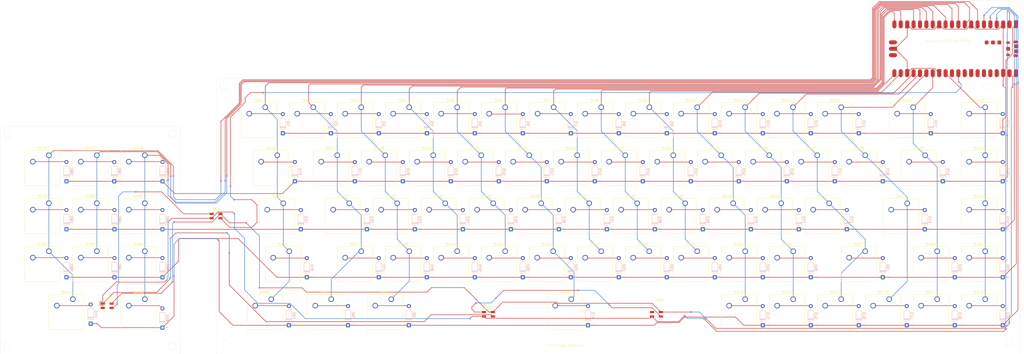
<source format=kicad_pcb>
(kicad_pcb (version 20241229) (generator "pcbnew") (generator_version "9.0")
  (layers (0 "F.Cu" signal) (2 "B.Cu" signal) (13 "F.Paste" user) (15 "B.Paste" user) (5 "F.SilkS" user "F.Silkscreen") (7 "B.SilkS" user "B.Silkscreen") (1 "F.Mask" user) (3 "B.Mask" user) (25 "Edge.Cuts" user))
  (net 0 "")
  (net 2 "C5")
  (net 5 "C16")
  (net 7 "Row 0")
  (net 9 "C14")
  (net 10 "GND")
  (net 13 "C3")
  (net 14 "C15")
  (net 16 "LED")
  (net 17 "C7")
  (net 18 "Row 2")
  (net 19 "Row 1")
  (net 20 "+5V")
  (net 22 "C9")
  (net 24 "C4")
  (net 25 "C6")
  (net 26 "C8")
  (net 28 "C2")
  (net 29 "C0")
  (net 30 "C1")
  (net 32 "Row 3")
  (net 33 "C17")
  (net 35 "Row 4")
  (net 39 "C11")
  (net 40 "C13")
  (net 41 "C10")
  (net 42 "C12")
  (net 43 "Net-(D1-A)")
  (net 44 "Net-(D2-A)")
  (net 45 "Net-(D3-A)")
  (net 46 "Net-(D4-A)")
  (net 47 "Net-(D5-A)")
  (net 48 "Net-(D6-A)")
  (net 49 "Net-(D7-A)")
  (net 50 "Net-(D8-A)")
  (net 51 "Net-(D9-A)")
  (net 52 "Net-(D10-A)")
  (net 53 "Net-(D11-A)")
  (net 54 "Net-(D12-A)")
  (net 55 "Net-(D13-A)")
  (net 56 "Net-(D14-A)")
  (net 57 "Net-(D15-A)")
  (net 58 "Net-(D16-A)")
  (net 59 "Net-(D17-A)")
  (net 60 "Net-(D18-A)")
  (net 61 "Net-(D19-A)")
  (net 62 "Net-(D20-A)")
  (net 63 "Net-(D21-A)")
  (net 64 "Net-(D22-A)")
  (net 65 "Net-(D23-A)")
  (net 66 "Net-(D24-A)")
  (net 67 "Net-(D25-A)")
  (net 68 "Net-(D26-A)")
  (net 69 "Net-(D27-A)")
  (net 70 "Net-(D28-A)")
  (net 71 "Net-(D29-A)")
  (net 72 "Net-(D30-A)")
  (net 73 "Net-(D31-A)")
  (net 74 "Net-(D32-A)")
  (net 75 "Net-(D33-A)")
  (net 76 "Net-(D34-A)")
  (net 77 "Net-(D35-A)")
  (net 78 "Net-(D36-A)")
  (net 79 "Net-(D37-A)")
  (net 80 "Net-(D38-A)")
  (net 81 "Net-(D39-A)")
  (net 82 "Net-(D40-A)")
  (net 83 "Net-(D41-A)")
  (net 84 "Net-(D42-A)")
  (net 85 "Net-(D43-A)")
  (net 86 "Net-(D45-A)")
  (net 87 "Net-(D46-A)")
  (net 88 "Net-(D47-A)")
  (net 89 "Net-(D48-A)")
  (net 90 "Net-(D49-A)")
  (net 91 "Net-(D50-A)")
  (net 92 "Net-(D51-A)")
  (net 93 "Net-(D52-A)")
  (net 94 "Net-(D53-A)")
  (net 95 "Net-(D54-A)")
  (net 96 "Net-(D55-A)")
  (net 97 "Net-(D56-A)")
  (net 98 "Net-(D57-A)")
  (net 99 "Net-(D59-A)")
  (net 100 "Net-(D60-A)")
  (net 101 "Net-(D61-A)")
  (net 102 "Net-(D62-A)")
  (net 103 "Net-(D63-A)")
  (net 104 "Net-(D66-DOUT)")
  (net 106 "Net-(D67-DOUT)")
  (net 107 "Net-(D70-A)")
  (net 108 "Net-(D74-A)")
  (net 109 "Net-(D75-A)")
  (net 110 "Net-(D76-A)")
  (net 111 "Net-(D77-A)")
  (net 112 "Net-(D78-A)")
  (net 113 "Net-(D79-A)")
  (net 114 "Net-(D80-A)")
  (net 115 "Net-(D81-A)")
  (net 116 "Net-(D82-A)")
  (net 117 "Net-(D83-A)")
  (net 118 "Net-(D84-A)")
  (net 119 "Net-(D85-A)")
  (net 120 "Net-(D86-A)")
  (net 121 "Net-(D87-A)")
  (net 122 "Net-(D88-A)")
  (net 123 "Net-(D44-A)")
  (net 124 "Net-(D58-A)")
  (net 125 "Net-(D68-DOUT)")
  (footprint "Button_Switch_Keyboard:SW_Cherry_MX_2.00u_PCB" (layer "F.Cu") (at 395.76375 83.02625)
    (property "Reference" "SW14")
    (property "Value" "SW_Push")
  )
  (footprint "Module:RaspberryPi_Pico_SMD" (layer "F.Cu") (at 412.4175 59.81 -90)
    (property "Reference" "A1")
    (property "Value" "RaspberryPi_Pico")
  )
  (footprint "Button_Switch_Keyboard:SW_Cherry_MX_1.00u_PCB" (layer "F.Cu") (at 157.63875 83.02625)
    (property "Reference" "SW2")
    (property "Value" "SW_Push")
  )
  (footprint "Button_Switch_Keyboard:SW_Cherry_MX_1.00u_PCB" (layer "F.Cu") (at 145.7325 121.12625)
    (property "Reference" "SW31")
    (property "Value" "SW_Push")
  )
  (footprint "Button_Switch_Keyboard:SW_Cherry_MX_1.00u_PCB" (layer "F.Cu") (at 167.16375 102.07625)
    (property "Reference" "SW17")
    (property "Value" "SW_Push")
  )
  (footprint "Button_Switch_Keyboard:SW_Cherry_MX_1.00u_PCB" (layer "F.Cu") (at 262.41375 102.07625)
    (property "Reference" "SW22")
    (property "Value" "SW_Push")
  )
  (footprint "Button_Switch_Keyboard:SW_Cherry_MX_1.00u_PCB" (layer "F.Cu") (at 324.32625 121.12625)
    (property "Reference" "SW40")
    (property "Value" "SW_Push")
  )
  (footprint "Button_Switch_Keyboard:SW_Cherry_MX_1.00u_PCB" (layer "F.Cu") (at 348.13875 159.22625)
    (property "Reference" "SW71")
    (property "Value" "SW_Push")
  )
  (footprint "Button_Switch_Keyboard:SW_Cherry_MX_1.00u_PCB" (layer "F.Cu") (at 253.05125 83.02625)
    (property "Reference" "SW7")
    (property "Value" "SW_Push")
  )
  (footprint "Button_Switch_Keyboard:SW_Cherry_MX_1.25u_PCB" (layer "F.Cu") (at 164.7825 159.22625)
    (property "Reference" "SW62")
    (property "Value" "SW_Push")
  )
  (footprint "Button_Switch_Keyboard:SW_Cherry_MX_1.00u_PCB" (layer "F.Cu") (at 52.705 121.12625)
    (property "Reference" "SW79")
    (property "Value" "SW_Push")
  )
  (footprint "Button_Switch_Keyboard:SW_Cherry_MX_1.00u_PCB" (layer "F.Cu") (at 252.88875 140.17625)
    (property "Reference" "SW51")
    (property "Value" "SW_Push")
  )
  (footprint "Button_Switch_Keyboard:SW_Cherry_MX_1.00u_PCB" (layer "F.Cu") (at 338.61375 102.07625)
    (property "Reference" "SW26")
    (property "Value" "SW_Push")
  )
  (footprint "Button_Switch_Keyboard:SW_Cherry_MX_1.00u_PCB" (layer "F.Cu") (at 176.68875 83.02625)
    (property "Reference" "SW3")
    (property "Value" "SW_Push")
  )
  (footprint "Button_Switch_Keyboard:SW_Cherry_MX_1.00u_PCB" (layer "F.Cu") (at 71.755 102.07625)
    (property "Reference" "SW77")
    (property "Value" "SW_Push")
  )
  (footprint "Button_Switch_Keyboard:SW_Cherry_MX_1.00u_PCB" (layer "F.Cu") (at 348.05125 83.02625)
    (property "Reference" "SW12")
    (property "Value" "SW_Push")
  )
  (footprint "Button_Switch_Keyboard:SW_Cherry_MX_1.00u_PCB" (layer "F.Cu") (at 233.83875 83.02625)
    (property "Reference" "SW6")
    (property "Value" "SW_Push")
  )
  (footprint "Button_Switch_Keyboard:SW_Cherry_MX_1.00u_PCB" (layer "F.Cu") (at 310.03875 140.17625)
    (property "Reference" "SW54")
    (property "Value" "SW_Push")
  )
  (footprint "Button_Switch_Keyboard:SW_Cherry_MX_1.00u_PCB" (layer "F.Cu") (at 90.805 121.12625)
    (property "Reference" "SW81")
    (property "Value" "SW_Push")
  )
  (footprint "Button_Switch_Keyboard:SW_Cherry_MX_1.00u_PCB" (layer "F.Cu") (at 348.13875 140.17625)
    (property "Reference" "SW56")
    (property "Value" "SW_Push")
  )
  (footprint "Button_Switch_Keyboard:SW_Cherry_MX_1.00u_PCB" (layer "F.Cu") (at 205.26375 102.07625)
    (property "Reference" "SW19")
    (property "Value" "SW_Push")
  )
  (footprint "Button_Switch_Keyboard:SW_Cherry_MX_1.00u_PCB" (layer "F.Cu") (at 367.18875 83.02625)
    (property "Reference" "SW13")
    (property "Value" "SW_Push")
  )
  (footprint "Button_Switch_Keyboard:SW_Cherry_MX_1.00u_PCB" (layer "F.Cu") (at 319.55125 102.07625)
    (property "Reference" "SW25")
    (property "Value" "SW_Push")
  )
  (footprint "Button_Switch_Keyboard:SW_Cherry_MX_1.00u_PCB" (layer "F.Cu") (at 291.05125 83.02625)
    (property "Reference" "SW9")
    (property "Value" "SW_Push")
  )
  (footprint "Button_Switch_Keyboard:SW_Cherry_MX_1.00u_PCB" (layer "F.Cu") (at 271.93875 83.02625)
    (property "Reference" "SW8")
    (property "Value" "SW_Push")
  )
  (footprint "Button_Switch_Keyboard:SW_Cherry_MX_1.00u_PCB" (layer "F.Cu") (at 186.21375 102.07625)
    (property "Reference" "SW18")
    (property "Value" "SW_Push")
  )
  (footprint "Button_Switch_Keyboard:SW_Cherry_MX_1.00u_PCB" (layer "F.Cu") (at 195.73875 83.02625)
    (property "Reference" "SW4")
    (property "Value" "SW_Push")
  )
  (footprint "Button_Switch_Keyboard:SW_Cherry_MX_1.00u_PCB" (layer "F.Cu") (at 424.33875 102.07625)
    (property "Reference" "SW30")
    (property "Value" "SW_Push")
  )
  (footprint "Button_Switch_Keyboard:SW_Cherry_MX_1.00u_PCB" (layer "F.Cu") (at 138.58875 83.02625)
    (property "Reference" "SW1")
    (property "Value" "SW_Push")
  )
  (footprint "Button_Switch_Keyboard:SW_Cherry_MX_1.00u_PCB" (layer "F.Cu") (at 424.33875 140.17625)
    (property "Reference" "SW60")
    (property "Value" "SW_Push")
  )
  (footprint "Button_Switch_Keyboard:SW_Cherry_MX_1.00u_PCB" (layer "F.Cu") (at 233.83875 140.17625)
    (property "Reference" "SW50")
    (property "Value" "SW_Push")
  )
  (footprint "Button_Switch_Keyboard:SW_Cherry_MX_1.00u_PCB" (layer "F.Cu") (at 367.18875 159.22625)
    (property "Reference" "SW72")
    (property "Value" "SW_Push")
  )
  (footprint "Button_Switch_Keyboard:SW_Cherry_MX_1.00u_PCB" (layer "F.Cu") (at 190.97625 121.12625)
    (property "Reference" "SW33")
    (property "Value" "SW_Push")
  )
  (footprint "Button_Switch_Keyboard:SW_Cherry_MX_1.00u_PCB" (layer "F.Cu") (at 329.05125 83.02625)
    (property "Reference" "SW11")
    (property "Value" "SW_Push")
  )
  (footprint "Button_Switch_Keyboard:SW_Cherry_MX_1.00u_PCB" (layer "F.Cu") (at 305.27625 121.12625)
    (property "Reference" "SW39")
    (property "Value" "SW_Push")
  )
  (footprint "Button_Switch_Keyboard:SW_Cherry_MX_1.00u_PCB" (layer "F.Cu") (at 171.92625 121.12625)
    (property "Reference" "SW32")
    (property "Value" "SW_Push")
  )
  (footprint "Button_Switch_Keyboard:SW_Cherry_MX_2.00u_PCB" (layer "F.Cu") (at 148.11375 140.17625)
    (property "Reference" "SW46")
    (property "Value" "SW_Push")
  )
  (footprint "Button_Switch_Keyboard:SW_Cherry_MX_1.50u_PCB" (layer "F.Cu") (at 143.35125 102.07625)
    (property "Reference" "SW16")
    (property "Value" "SW_Push")
  )
  (footprint "Button_Switch_Keyboard:SW_Cherry_MX_1.00u_PCB" (layer "F.Cu") (at 195.73875 140.17625)
    (property "Reference" "SW48")
    (property "Value" "SW_Push")
  )
  (footprint "Button_Switch_Keyboard:SW_Cherry_MX_1.50u_PCB" (layer "F.Cu") (at 400.52625 102.07625)
    (property "Reference" "SW29")
    (property "Value" "SW_Push")
  )
  (footprint "Button_Switch_Keyboard:SW_Cherry_MX_1.00u_PCB" (layer "F.Cu") (at 229.07625 121.12625)
    (property "Reference" "SW35")
    (property "Value" "SW_Push")
  )
  (footprint "Button_Switch_Keyboard:SW_Cherry_MX_1.00u_PCB" (layer "F.Cu") (at 424.33875 121.12625)
    (property "Reference" "SW45")
    (property "Value" "SW_Push")
  )
  (footprint "Button_Switch_Keyboard:SW_Cherry_MX_1.25u_PCB" (layer "F.Cu") (at 188.595 159.22625)
    (property "Reference" "SW63")
    (property "Value" "SW_Push")
  )
  (footprint "Button_Switch_Keyboard:SW_Cherry_MX_1.00u_PCB" (layer "F.Cu") (at 90.805 159.22625)
    (property "Reference" "SW58")
    (property "Value" "SW_Push")
  )
  (footprint "Button_Switch_Keyboard:SW_Cherry_MX_1.00u_PCB" (layer "F.Cu") (at 210.02625 121.12625)
    (property "Reference" "SW34")
    (property "Value" "SW_Push")
  )
  (footprint "Button_Switch_Keyboard:SW_Cherry_MX_1.00u_PCB" (layer "F.Cu") (at 176.68875 140.17625)
    (property "Reference" "SW47")
    (property "Value" "SW_Push")
  )
  (footprint "Button_Switch_Keyboard:SW_Cherry_MX_1.00u_PCB" (layer "F.Cu") (at 90.805 102.07625)
    (property "Reference" "SW78")
    (property "Value" "SW_Push")
  )
  (footprint "Button_Switch_Keyboard:SW_Cherry_MX_1.00u_PCB" (layer "F.Cu") (at 329.08875 140.17625)
    (property "Reference" "SW55")
    (property "Value" "SW_Push")
  )
  (footprint "Button_Switch_Keyboard:SW_Cherry_MX_1.00u_PCB" (layer "F.Cu") (at 405.28875 140.17625)
    (property "Reference" "SW59")
    (property "Value" "SW_Push")
  )
  (footprint "Button_Switch_Keyboard:SW_Cherry_MX_1.00u_PCB" (layer "F.Cu") (at 405.28875 159.22625)
    (property "Reference" "SW74")
    (property "Value" "SW_Push")
  )
  (footprint "Button_Switch_Keyboard:SW_Cherry_MX_2.25u_PCB" (layer "F.Cu") (at 393.3825 121.12625)
    (property "Reference" "SW43")
    (property "Value" "SW_Push")
  )
  (footprint "Button_Switch_Keyboard:SW_Cherry_MX_1.00u_PCB" (layer "F.Cu") (at 300.55125 102.07625)
    (property "Reference" "SW24")
    (property "Value" "SW_Push")
  )
  (footprint "Button_Switch_Keyboard:SW_Cherry_MX_1.00u_PCB" (layer "F.Cu") (at 71.755 140.17625)
    (property "Reference" "SW83")
    (property "Value" "SW_Push")
  )
  (footprint "Button_Switch_Keyboard:SW_Cherry_MX_1.00u_PCB" (layer "F.Cu") (at 271.93875 140.17625)
    (property "Reference" "SW52")
    (property "Value" "SW_Push")
  )
  (footprint "Button_Switch_Keyboard:SW_Cherry_MX_1.00u_PCB" (layer "F.Cu") (at 286.22625 121.12625)
    (property "Reference" "SW38")
    (property "Value" "SW_Push")
  )
  (footprint "Button_Switch_Keyboard:SW_Cherry_MX_1.00u_PCB" (layer "F.Cu") (at 71.755 121.12625)
    (property "Reference" "SW80")
    (property "Value" "SW_Push")
  )
  (footprint "Button_Switch_Keyboard:SW_Cherry_MX_1.00u_PCB" (layer "F.Cu") (at 90.805 140.17625)
    (property "Reference" "SW84")
    (property "Value" "SW_Push")
  )
  (footprint "Button_Switch_Keyboard:SW_Cherry_MX_1.00u_PCB" (layer "F.Cu") (at 329.08875 159.22625)
    (property "Reference" "SW70")
    (property "Value" "SW_Push")
  )
  (footprint "Button_Switch_Keyboard:SW_Cherry_MX_1.00u_PCB" (layer "F.Cu") (at 52.705 140.17625)
    (property "Reference" "SW82")
    (property "Value" "SW_Push")
  )
  (footprint "LED_SMD:LED_SK6812MINI_PLCC4_3.5x3.5mm_P1.75mm" (layer "F.Cu") (at 293.8425 165.18125)
    (property "Reference" "D69")
    (property "Value" "SK6812MINI")
  )
  (footprint "Button_Switch_Keyboard:SW_Cherry_MX_1.00u_PCB" (layer "F.Cu") (at 290.98875 140.17625)
    (property "Reference" "SW53")
    (property "Value" "SW_Push")
  )
  (footprint "Button_Switch_Keyboard:SW_Cherry_MX_1.25u_PCB" (layer "F.Cu") (at 140.97 159.22625)
    (property "Reference" "SW61")
    (property "Value" "SW_Push")
  )
  (footprint "Button_Switch_Keyboard:SW_Cherry_MX_1.00u_PCB" (layer "F.Cu") (at 310.03875 83.02625)
    (property "Reference" "SW10")
    (property "Value" "SW_Push")
  )
  (footprint "Button_Switch_Keyboard:SW_Cherry_MX_6.25u_PCB" (layer "F.Cu") (at 260.0325 159.22625)
    (property "Reference" "SW66")
    (property "Value" "SW_Push")
  )
  (footprint "Button_Switch_Keyboard:SW_Cherry_MX_1.00u_PCB" (layer "F.Cu") (at 362.42625 121.12625)
    (property "Reference" "SW42")
    (property "Value" "SW_Push")
  )
  (footprint "LED_SMD:LED_SK6812MINI_PLCC4_3.5x3.5mm_P1.75mm" (layer "F.Cu") (at 227.1675 165.18125)
    (property "Reference" "D68")
    (property "Value" "SK6812MINI")
  )
  (footprint "LED_SMD:LED_SK6812MINI_PLCC4_3.5x3.5mm_P1.75mm" (layer "F.Cu") (at 119.0625 126.20625)
    (property "Reference" "D66")
    (property "Value" "SK6812MINI")
  )
  (footprint "Button_Switch_Keyboard:SW_Cherry_MX_1.00u_PCB" (layer "F.Cu") (at 281.46375 102.07625)
    (property "Reference" "SW23")
    (property "Value" "SW_Push")
  )
  (footprint "Button_Switch_Keyboard:SW_Cherry_MX_1.00u_PCB" (layer "F.Cu") (at 424.33875 159.22625)
    (property "Reference" "SW75")
    (property "Value" "SW_Push")
  )
  (footprint "Button_Switch_Keyboard:SW_Cherry_MX_1.00u_PCB" (layer "F.Cu") (at 267.17625 121.12625)
    (property "Reference" "SW37")
    (property "Value" "SW_Push")
  )
  (footprint "Button_Switch_Keyboard:SW_Cherry_MX_1.00u_PCB" (layer "F.Cu") (at 248.12625 121.12625)
    (property "Reference" "SW36")
    (property "Value" "SW_Push")
  )
  (footprint "Button_Switch_Keyboard:SW_Cherry_MX_1.00u_PCB" (layer "F.Cu") (at 52.705 102.07625)
    (property "Reference" "SW76")
    (property "Value" "SW_Push")
  )
  (footprint "Button_Switch_Keyboard:SW_Cherry_MX_1.00u_PCB" (layer "F.Cu") (at 214.78875 83.02625)
    (property "Reference" "SW5")
    (property "Value" "SW_Push")
  )
  (footprint "Button_Switch_Keyboard:SW_Cherry_MX_1.00u_PCB" (layer "F.Cu") (at 376.71375 102.07625)
    (property "Reference" "SW28")
    (property "Value" "SW_Push")
  )
  (footprint "Button_Switch_Keyboard:SW_Cherry_MX_1.00u_PCB" (layer "F.Cu") (at 243.36375 102.07625)
    (property "Reference" "SW21")
    (property "Value" "SW_Push")
  )
  (footprint "Button_Switch_Keyboard:SW_Cherry_MX_1.00u_PCB" (layer "F.Cu") (at 343.37625 121.12625)
    (property "Reference" "SW41")
    (property "Value" "SW_Push")
  )
  (footprint "Button_Switch_Keyboard:SW_Cherry_MX_2.00u_PCB" (layer "F.Cu") (at 62.23 159.22625)
    (property "Reference" "SW44")
    (property "Value" "SW_Push")
  )
  (footprint "Button_Switch_Keyboard:SW_Cherry_MX_1.00u_PCB" (layer "F.Cu") (at 386.23875 159.22625)
    (property "Reference" "SW73")
    (property "Value" "SW_Push")
  )
  (footprint "Button_Switch_Keyboard:SW_Cherry_MX_1.00u_PCB" (layer "F.Cu") (at 214.78875 140.17625)
    (property "Reference" "SW49")
    (property "Value" "SW_Push")
  )
  (footprint "Button_Switch_Keyboard:SW_Cherry_MX_1.00u_PCB" (layer "F.Cu") (at 424.33875 83.02625)
    (property "Reference" "SW15")
    (property "Value" "SW_Push")
  )
  (footprint "LED_SMD:LED_SK6812MINI_PLCC4_3.5x3.5mm_P1.75mm" (layer "F.Cu") (at 75.85 161.825)
    (property "Reference" "D67")
    (property "Value" "SK6812MINI")
  )
  (footprint "Button_Switch_Keyboard:SW_Cherry_MX_2.00u_PCB" (layer "F.Cu") (at 376.71375 140.17625)
    (property "Reference" "SW57")
    (property "Value" "SW_Push")
  )
  (footprint "Button_Switch_Keyboard:SW_Cherry_MX_1.00u_PCB" (layer "F.Cu") (at 357.66375 102.07625)
    (property "Reference" "SW27")
    (property "Value" "SW_Push")
  )
  (footprint "Button_Switch_Keyboard:SW_Cherry_MX_1.00u_PCB" (layer "F.Cu") (at 224.31375 102.07625)
    (property "Reference" "SW20")
    (property "Value" "SW_Push")
  )
  (footprint "Diode_THT:D_DO-35_SOD27_P7.62mm_Horizontal" (layer "B.Cu") (at 355.12375 169.545 90)
    (property "Reference" "D75")
    (property "Value" "1N4148")
  )
  (footprint "Diode_THT:D_DO-35_SOD27_P7.62mm_Horizontal" (layer "B.Cu") (at 221.77375 150.495 90)
    (property "Reference" "D49")
    (property "Value" "1N4148")
  )
  (footprint "Diode_THT:D_DO-35_SOD27_P7.62mm_Horizontal" (layer "B.Cu") (at 259.87375 150.495 90)
    (property "Reference" "D51")
    (property "Value" "1N4148")
  )
  (footprint "Diode_THT:D_DO-35_SOD27_P7.62mm_Horizontal" (layer "B.Cu") (at 412.27375 150.495 90)
    (property "Reference" "D59")
    (property "Value" "1N4148")
  )
  (footprint "Diode_THT:D_DO-35_SOD27_P7.62mm_Horizontal" (layer "B.Cu") (at 217.01125 131.445 90)
    (property "Reference" "D34")
    (property "Value" "1N4148")
  )
  (footprint "Diode_THT:D_DO-35_SOD27_P7.62mm_Horizontal" (layer "B.Cu") (at 407.51125 112.395 90)
    (property "Reference" "D29")
    (property "Value" "1N4148")
  )
  (footprint "Diode_THT:D_DO-35_SOD27_P7.62mm_Horizontal" (layer "B.Cu") (at 278.92375 150.495 90)
    (property "Reference" "D52")
    (property "Value" "1N4148")
  )
  (footprint "Diode_THT:D_DO-35_SOD27_P7.62mm_Horizontal" (layer "B.Cu") (at 374.17375 93.345 90)
    (property "Reference" "D13")
    (property "Value" "1N4148")
  )
  (footprint "Diode_THT:D_DO-35_SOD27_P7.62mm_Horizontal" (layer "B.Cu") (at 336.07375 169.545 90)
    (property "Reference" "D74")
    (property "Value" "1N4148")
  )
  (footprint "Diode_THT:D_DO-35_SOD27_P7.62mm_Horizontal" (layer "B.Cu") (at 97.79 150.495 90)
    (property "Reference" "D88")
    (property "Value" "1N4148")
  )
  (footprint "Diode_THT:D_DO-35_SOD27_P7.62mm_Horizontal" (layer "B.Cu") (at 221.77375 93.345 90)
    (property "Reference" "D5")
    (property "Value" "1N4148")
  )
  (footprint "Diode_THT:D_DO-35_SOD27_P7.62mm_Horizontal" (layer "B.Cu") (at 152.7175 131.445 90)
    (property "Reference" "D31")
    (property "Value" "1N4148")
  )
  (footprint "Diode_THT:D_DO-35_SOD27_P7.62mm_Horizontal" (layer "B.Cu") (at 293.21125 131.445 90)
    (property "Reference" "D38")
    (property "Value" "1N4148")
  )
  (footprint "Diode_THT:D_DO-35_SOD27_P7.62mm_Horizontal" (layer "B.Cu") (at 240.82375 93.345 90)
    (property "Reference" "D6")
    (property "Value" "1N4148")
  )
  (footprint "Diode_THT:D_DO-35_SOD27_P7.62mm_Horizontal" (layer "B.Cu") (at 355.12375 150.495 90)
    (property "Reference" "D56")
    (property "Value" "1N4148")
  )
  (footprint "Diode_THT:D_DO-35_SOD27_P7.62mm_Horizontal" (layer "B.Cu") (at 307.49875 112.395 90)
    (property "Reference" "D24")
    (property "Value" "1N4148")
  )
  (footprint "Diode_THT:D_DO-35_SOD27_P7.62mm_Horizontal" (layer "B.Cu") (at 431.32375 112.395 90)
    (property "Reference" "D30")
    (property "Value" "1N4148")
  )
  (footprint "Diode_THT:D_DO-35_SOD27_P7.62mm_Horizontal" (layer "B.Cu") (at 297.97375 150.495 90)
    (property "Reference" "D53")
    (property "Value" "1N4148")
  )
  (footprint "Diode_THT:D_DO-35_SOD27_P7.62mm_Horizontal" (layer "B.Cu") (at 171.45 169.545 90)
    (property "Reference" "D62")
    (property "Value" "1N4148")
  )
  (footprint "Diode_THT:D_DO-35_SOD27_P7.62mm_Horizontal" (layer "B.Cu") (at 345.59875 112.395 90)
    (property "Reference" "D26")
    (property "Value" "1N4148")
  )
  (footprint "Diode_THT:D_DO-35_SOD27_P7.62mm_Horizontal" (layer "B.Cu") (at 202.72375 150.495 90)
    (property "Reference" "D48")
    (property "Value" "1N4148")
  )
  (footprint "Diode_THT:D_DO-35_SOD27_P7.62mm_Horizontal" (layer "B.Cu") (at 164.62375 93.345 90)
    (property "Reference" "D2")
    (property "Value" "1N4148")
  )
  (footprint "Diode_THT:D_DO-35_SOD27_P7.62mm_Horizontal" (layer "B.Cu") (at 364.64875 112.395 90)
    (property "Reference" "D27")
    (property "Value" "1N4148")
  )
  (footprint "Diode_THT:D_DO-35_SOD27_P7.62mm_Horizontal" (layer "B.Cu") (at 197.96125 131.445 90)
    (property "Reference" "D33")
    (property "Value" "1N4148")
  )
  (footprint "Diode_THT:D_DO-35_SOD27_P7.62mm_Horizontal" (layer "B.Cu") (at 355.12375 93.345 90)
    (property "Reference" "D12")
    (property "Value" "1N4148")
  )
  (footprint "Diode_THT:D_DO-35_SOD27_P7.62mm_Horizontal" (layer "B.Cu") (at 78.74 150.495 90)
    (property "Reference" "D87")
    (property "Value" "1N4148")
  )
  (footprint "Diode_THT:D_DO-35_SOD27_P7.62mm_Horizontal" (layer "B.Cu") (at 236.06125 131.445 90)
    (property "Reference" "D35")
    (property "Value" "1N4148")
  )
  (footprint "Diode_THT:D_DO-35_SOD27_P7.62mm_Horizontal" (layer "B.Cu") (at 336.07375 93.345 90)
    (property "Reference" "D11")
    (property "Value" "1N4148")
  )
  (footprint "Diode_THT:D_DO-35_SOD27_P7.62mm_Horizontal" (layer "B.Cu") (at 250.34875 112.395 90)
    (property "Reference" "D21")
    (property "Value" "1N4148")
  )
  (footprint "Diode_THT:D_DO-35_SOD27_P7.62mm_Horizontal" (layer "B.Cu") (at 374.17375 169.545 90)
    (property "Reference" "D76")
    (property "Value" "1N4148")
  )
  (footprint "Diode_THT:D_DO-35_SOD27_P7.62mm_Horizontal" (layer "B.Cu") (at 412.27375 169.545 90)
    (property "Reference" "D78")
    (property "Value" "1N4148")
  )
  (footprint "Diode_THT:D_DO-35_SOD27_P7.62mm_Horizontal" (layer "B.Cu") (at 297.97375 93.345 90)
    (property "Reference" "D9")
    (property "Value" "1N4148")
  )
  (footprint "Diode_THT:D_DO-35_SOD27_P7.62mm_Horizontal" (layer "B.Cu") (at 431.32375 131.445 90)
    (property "Reference" "D45")
    (property "Value" "1N4148")
  )
  (footprint "Diode_THT:D_DO-35_SOD27_P7.62mm_Horizontal" (layer "B.Cu") (at 59.69 131.445 90)
    (property "Reference" "D83")
    (property "Value" "1N4148")
  )
  (footprint "Diode_THT:D_DO-35_SOD27_P7.62mm_Horizontal" (layer "B.Cu") (at 195.58 169.545 90)
    (property "Reference" "D63")
    (property "Value" "1N4148")
  )
  (footprint "Diode_THT:D_DO-35_SOD27_P7.62mm_Horizontal" (layer "B.Cu") (at 274.16125 131.445 90)
    (property "Reference" "D37")
    (property "Value" "1N4148")
  )
  (footprint "Diode_THT:D_DO-35_SOD27_P7.62mm_Horizontal" (layer "B.Cu") (at 269.39875 112.395 90)
    (property "Reference" "D22")
    (property "Value" "1N4148")
  )
  (footprint "Diode_THT:D_DO-35_SOD27_P7.62mm_Horizontal" (layer "B.Cu") (at 183.67375 150.495 90)
    (property "Reference" "D47")
    (property "Value" "1N4148")
  )
  (footprint "Diode_THT:D_DO-35_SOD27_P7.62mm_Horizontal" (layer "B.Cu") (at 145.57375 93.345 90)
    (property "Reference" "D1")
    (property "Value" "1N4148")
  )
  (footprint "Diode_THT:D_DO-35_SOD27_P7.62mm_Horizontal" (layer "B.Cu") (at 288.44875 112.395 90)
    (property "Reference" "D23")
    (property "Value" "1N4148")
  )
  (footprint "Diode_THT:D_DO-35_SOD27_P7.62mm_Horizontal" (layer "B.Cu") (at 155.09875 150.495 90)
    (property "Reference" "D46")
    (property "Value" "1N4148")
  )
  (footprint "Diode_THT:D_DO-35_SOD27_P7.62mm_Horizontal" (layer "B.Cu") (at 278.92375 93.345 90)
    (property "Reference" "D8")
    (property "Value" "1N4148")
  )
  (footprint "Diode_THT:D_DO-35_SOD27_P7.62mm_Horizontal" (layer "B.Cu") (at 383.69875 150.495 90)
    (property "Reference" "D57")
    (property "Value" "1N4148")
  )
  (footprint "Diode_THT:D_DO-35_SOD27_P7.62mm_Horizontal" (layer "B.Cu") (at 431.32375 169.545 90)
    (property "Reference" "D79")
    (property "Value" "1N4148")
  )
  (footprint "Diode_THT:D_DO-35_SOD27_P7.62mm_Horizontal" (layer "B.Cu") (at 183.67375 93.345 90)
    (property "Reference" "D3")
    (property "Value" "1N4148")
  )
  (footprint "Diode_THT:D_DO-35_SOD27_P7.62mm_Horizontal" (layer "B.Cu") (at 393.22375 169.545 90)
    (property "Reference" "D77")
    (property "Value" "1N4148")
  )
  (footprint "Diode_THT:D_DO-35_SOD27_P7.62mm_Horizontal" (layer "B.Cu") (at 212.24875 112.395 90)
    (property "Reference" "D19")
    (property "Value" "1N4148")
  )
  (footprint "Diode_THT:D_DO-35_SOD27_P7.62mm_Horizontal" (layer "B.Cu") (at 174.14875 112.395 90)
    (property "Reference" "D17")
    (property "Value" "1N4148")
  )
  (footprint "Diode_THT:D_DO-35_SOD27_P7.62mm_Horizontal" (layer "B.Cu") (at 97.79 170.4975 90)
    (property "Reference" "D58")
    (property "Value" "1N4148")
  )
  (footprint "Diode_THT:D_DO-35_SOD27_P7.62mm_Horizontal" (layer "B.Cu") (at 255.11125 131.445 90)
    (property "Reference" "D36")
    (property "Value" "1N4148")
  )
  (footprint "Diode_THT:D_DO-35_SOD27_P7.62mm_Horizontal" (layer "B.Cu") (at 350.36125 131.445 90)
    (property "Reference" "D41")
    (property "Value" "1N4148")
  )
  (footprint "Diode_THT:D_DO-35_SOD27_P7.62mm_Horizontal" (layer "B.Cu") (at 59.69 112.395 90)
    (property "Reference" "D80")
    (property "Value" "1N4148")
  )
  (footprint "Diode_THT:D_DO-35_SOD27_P7.62mm_Horizontal" (layer "B.Cu") (at 147.955 169.545 90)
    (property "Reference" "D61")
    (property "Value" "1N4148")
  )
  (footprint "Diode_THT:D_DO-35_SOD27_P7.62mm_Horizontal" (layer "B.Cu") (at 400.3675 131.445 90)
    (property "Reference" "D43")
    (property "Value" "1N4148")
  )
  (footprint "Diode_THT:D_DO-35_SOD27_P7.62mm_Horizontal" (layer "B.Cu") (at 331.31125 131.445 90)
    (property "Reference" "D40")
    (property "Value" "1N4148")
  )
  (footprint "Diode_THT:D_DO-35_SOD27_P7.62mm_Horizontal" (layer "B.Cu") (at 312.26125 131.445 90)
    (property "Reference" "D39")
    (property "Value" "1N4148")
  )
  (footprint "Diode_THT:D_DO-35_SOD27_P7.62mm_Horizontal" (layer "B.Cu") (at 317.02375 93.345 90)
    (property "Reference" "D10")
    (property "Value" "1N4148")
  )
  (footprint "Diode_THT:D_DO-35_SOD27_P7.62mm_Horizontal" (layer "B.Cu") (at 336.07375 150.495 90)
    (property "Reference" "D55")
    (property "Value" "1N4148")
  )
  (footprint "Diode_THT:D_DO-35_SOD27_P7.62mm_Horizontal" (layer "B.Cu") (at 383.69875 112.395 90)
    (property "Reference" "D28")
    (property "Value" "1N4148")
  )
  (footprint "Diode_THT:D_DO-35_SOD27_P7.62mm_Horizontal" (layer "B.Cu") (at 231.29875 112.395 90)
    (property "Reference" "D20")
    (property "Value" "1N4148")
  )
  (footprint "Diode_THT:D_DO-35_SOD27_P7.62mm_Horizontal" (layer "B.Cu") (at 59.69 150.495 90)
    (property "Reference" "D86")
    (property "Value" "1N4148")
  )
  (footprint "Diode_THT:D_DO-35_SOD27_P7.62mm_Horizontal" (layer "B.Cu") (at 431.32375 93.345 90)
    (property "Reference" "D15")
    (property "Value" "1N4148")
  )
  (footprint "Diode_THT:D_DO-35_SOD27_P7.62mm_Horizontal" (layer "B.Cu") (at 431.32375 150.495 90)
    (property "Reference" "D60")
    (property "Value" "1N4148")
  )
  (footprint "Diode_THT:D_DO-35_SOD27_P7.62mm_Horizontal" (layer "B.Cu") (at 317.02375 150.495 90)
    (property "Reference" "D54")
    (property "Value" "1N4148")
  )
  (footprint "Diode_THT:D_DO-35_SOD27_P7.62mm_Horizontal" (layer "B.Cu") (at 193.19875 112.395 90)
    (property "Reference" "D18")
    (property "Value" "1N4148")
  )
  (footprint "Diode_THT:D_DO-35_SOD27_P7.62mm_Horizontal" (layer "B.Cu") (at 202.72375 93.345 90)
    (property "Reference" "D4")
    (property "Value" "1N4148")
  )
  (footprint "Diode_THT:D_DO-35_SOD27_P7.62mm_Horizontal" (layer "B.Cu") (at 97.79 131.445 90)
    (property "Reference" "D85")
    (property "Value" "1N4148")
  )
  (footprint "Diode_THT:D_DO-35_SOD27_P7.62mm_Horizontal" (layer "B.Cu") (at 178.91125 131.445 90)
    (property "Reference" "D32")
    (property "Value" "1N4148")
  )
  (footprint "Diode_THT:D_DO-35_SOD27_P7.62mm_Horizontal" (layer "B.Cu") (at 240.82375 150.495 90)
    (property "Reference" "D50")
    (property "Value" "1N4148")
  )
  (footprint "Diode_THT:D_DO-35_SOD27_P7.62mm_Horizontal" (layer "B.Cu") (at 69.3 168.92 90)
    (property "Reference" "D44")
    (property "Value" "1N4148")
  )
  (footprint "Diode_THT:D_DO-35_SOD27_P7.62mm_Horizontal" (layer "B.Cu") (at 259.87375 93.345 90)
    (property "Reference" "D7")
    (property "Value" "1N4148")
  )
  (footprint "Diode_THT:D_DO-35_SOD27_P7.62mm_Horizontal" (layer "B.Cu") (at 266.7 169.545 90)
    (property "Reference" "D70")
    (property "Value" "1N4148")
  )
  (footprint "Diode_THT:D_DO-35_SOD27_P7.62mm_Horizontal" (layer "B.Cu") (at 150.33625 112.395 90)
    (property "Reference" "D16")
    (property "Value" "1N4148")
  )
  (footprint "Diode_THT:D_DO-35_SOD27_P7.62mm_Horizontal" (layer "B.Cu") (at 97.79 112.395 90)
    (property "Reference" "D82")
    (property "Value" "1N4148")
  )
  (footprint "Diode_THT:D_DO-35_SOD27_P7.62mm_Horizontal" (layer "B.Cu") (at 78.6525 112.395 90)
    (property "Reference" "D81")
    (property "Value" "1N4148")
  )
  (footprint "Diode_THT:D_DO-35_SOD27_P7.62mm_Horizontal" (layer "B.Cu") (at 78.74 131.445 90)
    (property "Reference" "D84")
    (property "Value" "1N4148")
  )
  (footprint "Diode_THT:D_DO-35_SOD27_P7.62mm_Horizontal" (layer "B.Cu") (at 402.74875 93.345 90)
    (property "Reference" "D14")
    (property "Value" "1N4148")
  )
  (footprint "Diode_THT:D_DO-35_SOD27_P7.62mm_Horizontal" (layer "B.Cu") (at 326.54875 112.395 90)
    (property "Reference" "D25")
    (property "Value" "1N4148")
  )
  (footprint "Diode_THT:D_DO-35_SOD27_P7.62mm_Horizontal" (layer "B.Cu") (at 369.41125 131.445 90)
    (property "Reference" "D42")
    (property "Value" "1N4148")
  )
  (gr_line (start 104.775 90.4875) (end 104.775 116.68125) (stroke (width 0.05)) (layer "Edge.Cuts"))
  (gr_circle (center 36.35 93.5) (end 36.35 91.9) (stroke (width 0.05)) (fill no) (layer "Edge.Cuts"))
  (gr_line (start 119.0625 71.4375) (end 378.61875 71.4375) (stroke (width 0.05)) (layer "Edge.Cuts"))
  (gr_circle (center 123.075 176.975) (end 123.075 175.375) (stroke (width 0.05)) (fill no) (layer "Edge.Cuts"))
  (gr_line (start 309.5625 180.975) (end 119.0625 180.975) (stroke (width 0.05)) (layer "Edge.Cuts"))
  (gr_circle (center 122.075 74.45) (end 122.075 76.05) (stroke (width 0.05)) (fill no) (layer "Edge.Cuts"))
  (gr_circle (center 101.775 93.5) (end 101.775 91.9) (stroke (width 0.05)) (fill no) (layer "Edge.Cuts"))
  (gr_line (start 119.0625 116.68125) (end 104.775 116.68125) (stroke (width 0.05)) (layer "Edge.Cuts"))
  (gr_line (start 33.3375 180.975) (end 33.3375 90.4875) (stroke (width 0.05)) (layer "Edge.Cuts"))
  (gr_line (start 438.15 40.48125) (end 438.15 180.975) (stroke (width 0.05)) (layer "Edge.Cuts"))
  (gr_line (start 104.775 180.975) (end 42.8625 180.975) (stroke (width 0.05)) (layer "Edge.Cuts"))
  (gr_line (start 104.775 135.73125) (end 119.0625 135.73125) (stroke (width 0.05)) (layer "Edge.Cuts"))
  (gr_line (start 33.3375 90.4875) (end 104.775 90.4875) (stroke (width 0.05)) (layer "Edge.Cuts"))
  (gr_circle (center 425 75) (end 425 76.6) (stroke (width 0.05)) (fill no) (layer "Edge.Cuts"))
  (gr_line (start 42.8625 180.975) (end 33.3375 180.975) (stroke (width 0.05)) (layer "Edge.Cuts"))
  (gr_line (start 378.61875 71.4375) (end 378.61875 40.48125) (stroke (width 0.05)) (layer "Edge.Cuts"))
  (gr_line (start 378.61875 40.48125) (end 438.15 40.48125) (stroke (width 0.05)) (layer "Edge.Cuts"))
  (gr_line (start 119.0625 180.975) (end 119.0625 135.73125) (stroke (width 0.05)) (layer "Edge.Cuts"))
  (gr_circle (center 101.775 177.975) (end 101.775 176.375) (stroke (width 0.05)) (fill no) (layer "Edge.Cuts"))
  (gr_line (start 438.15 180.975) (end 309.5625 180.975) (stroke (width 0.05)) (layer "Edge.Cuts"))
  (gr_line (start 104.775 135.73125) (end 104.775 180.975) (stroke (width 0.05)) (layer "Edge.Cuts"))
  (gr_line (start 119.0625 116.68125) (end 119.0625 71.4375) (stroke (width 0.05)) (layer "Edge.Cuts"))
  (gr_circle (center 36.35 177.975) (end 36.35 176.375) (stroke (width 0.05)) (fill no) (layer "Edge.Cuts"))
  (gr_circle (center 433.65 176.475) (end 433.65 178.075) (stroke (width 0.05)) (fill no) (layer "Edge.Cuts"))
  (gr_text "Christmas Keyboard" (at 250.3 178.1 0) (layer "F.SilkS") (effects (font (size 1 1) (thickness 0.1)) (justify left bottom)))
  (gr_text "RaspberryPi_Pico HERE" (at 400.7 57.3 0) (layer "F.SilkS") (effects (font (size 1 1) (thickness 0.1)) (justify left bottom)))
  (segment (start 383.81275 43.08725) (end 401.51475 43.08725) (width 0.2) (layer "F.Cu") (net 2))
  (segment (start 401.51475 43.08725) (end 403.5275 45.1) (width 0.2) (layer "F.Cu") (net 2))
  (segment (start 403.5275 45.1) (end 403.5275 50.12) (width 0.2) (layer "F.Cu") (net 2))
  (segment (start 381.9 45) (end 383.81275 43.08725) (width 0.2) (layer "F.Cu") (net 2))
  (segment (start 177.499 74.201) (end 379.699 74.201) (width 0.2) (layer "F.Cu") (net 2))
  (segment (start 176.68875 75.01125) (end 177.499 74.201) (width 0.2) (layer "F.Cu") (net 2))
  (segment (start 176.68875 83.02625) (end 176.68875 75.01125) (width 0.2) (layer "F.Cu") (net 2))
  (segment (start 379.699 74.201) (end 381.9 72) (width 0.2) (layer "F.Cu") (net 2))
  (segment (start 381.9 72) (end 381.9 45) (width 0.2) (layer "F.Cu") (net 2))
  (segment (start 195.73875 140.17625) (end 195.73875 152.0825) (width 0.2) (layer "B.Cu") (net 2))
  (segment (start 176.68875 92.55125) (end 186.21375 102.07625) (width 0.2) (layer "B.Cu") (net 2))
  (segment (start 190.97625 135.41375) (end 195.73875 140.17625) (width 0.2) (layer "B.Cu") (net 2))
  (segment (start 176.68875 83.02625) (end 176.68875 92.55125) (width 0.2) (layer "B.Cu") (net 2))
  (segment (start 190.97625 121.12625) (end 190.97625 135.41375) (width 0.2) (layer "B.Cu") (net 2))
  (segment (start 195.73875 152.0825) (end 188.595 159.22625) (width 0.2) (layer "B.Cu") (net 2))
  (segment (start 186.21375 116.36375) (end 190.97625 121.12625) (width 0.2) (layer "B.Cu") (net 2))
  (segment (start 186.21375 102.07625) (end 186.21375 116.36375) (width 0.2) (layer "B.Cu") (net 2))
  (segment (start 403.5275 75.2625) (end 403.5275 69.5) (width 0.2) (layer "F.Cu") (net 5))
  (segment (start 395.76375 83.02625) (end 403.5275 75.2625) (width 0.2) (layer "F.Cu") (net 5))
  (segment (start 400.52625 102.07625) (end 395.76375 97.31375) (width 0.2) (layer "B.Cu") (net 5))
  (segment (start 405.28875 159.22625) (end 405.28875 140.17625) (width 0.2) (layer "B.Cu") (net 5))
  (segment (start 405.28875 106.83875) (end 400.52625 102.07625) (width 0.2) (layer "B.Cu") (net 5))
  (segment (start 405.28875 140.17625) (end 405.28875 106.83875) (width 0.2) (layer "B.Cu") (net 5))
  (segment (start 395.76375 97.31375) (end 395.76375 83.02625) (width 0.2) (layer "B.Cu") (net 5))
  (segment (start 435.2165 51.451) (end 436.5475 50.12) (width 0.2) (layer "F.Cu") (net 7))
  (segment (start 164.62375 93.345) (end 183.67375 93.345) (width 0.2) (layer "F.Cu") (net 7))
  (segment (start 240.82375 93.345) (end 431.32375 93.345) (width 0.2) (layer "F.Cu") (net 7))
  (segment (start 183.67375 93.345) (end 202.72375 93.345) (width 0.2) (layer "F.Cu") (net 7))
  (segment (start 431.32375 93.345) (end 431.32375 88.059) (width 0.2) (layer "F.Cu") (net 7))
  (segment (start 435.2165 61.77414) (end 435.2165 51.451) (width 0.2) (layer "F.Cu") (net 7))
  (segment (start 431.32375 88.059) (end 432.5735 86.80925) (width 0.2) (layer "F.Cu") (net 7))
  (segment (start 202.72375 93.345) (end 240.82375 93.345) (width 0.2) (layer "F.Cu") (net 7))
  (segment (start 145.57375 93.345) (end 164.62375 93.345) (width 0.2) (layer "F.Cu") (net 7))
  (segment (start 432.5735 86.80925) (end 432.5735 64.41714) (width 0.2) (layer "F.Cu") (net 7))
  (segment (start 432.5735 64.41714) (end 435.2165 61.77414) (width 0.2) (layer "F.Cu") (net 7))
  (segment (start 348.05125 83.02625) (end 353.2675 77.81) (width 0.2) (layer "F.Cu") (net 9))
  (segment (start 353.2675 77.81) (end 390.1375 77.81) (width 0.2) (layer "F.Cu") (net 9))
  (segment (start 390.1375 77.81) (end 398.4475 69.5) (width 0.2) (layer "F.Cu") (net 9))
  (segment (start 376.71375 140.17625) (end 376.71375 135.41375) (width 0.2) (layer "B.Cu") (net 9))
  (segment (start 348.05125 92.46375) (end 348.05125 83.02625) (width 0.2) (layer "B.Cu") (net 9))
  (segment (start 367.18875 159.22625) (end 367.18875 148.916434) (width 0.2) (layer "B.Cu") (net 9))
  (segment (start 357.66375 116.36375) (end 357.66375 102.07625) (width 0.2) (layer "B.Cu") (net 9))
  (segment (start 375.928934 140.17625) (end 376.71375 140.17625) (width 0.2) (layer "B.Cu") (net 9))
  (segment (start 357.66375 102.07625) (end 348.05125 92.46375) (width 0.2) (layer "B.Cu") (net 9))
  (segment (start 362.42625 121.12625) (end 357.66375 116.36375) (width 0.2) (layer "B.Cu") (net 9))
  (segment (start 367.18875 148.916434) (end 375.928934 140.17625) (width 0.2) (layer "B.Cu") (net 9))
  (segment (start 376.71375 135.41375) (end 362.42625 121.12625) (width 0.2) (layer "B.Cu") (net 9))
  (segment (start 225.4175 166.05625) (end 226.1435 166.78225) (width 0.2) (layer "F.Cu") (net 10))
  (segment (start 431.5 74.3) (end 431.4675 74.2675) (width 0.2) (layer "F.Cu") (net 10))
  (segment (start 404.1665 67.599) (end 395.2685 67.599) (width 0.2) (layer "F.Cu") (net 10))
  (segment (start 302.6 168.1) (end 294.13625 168.1) (width 0.2) (layer "F.Cu") (net 10))
  (segment (start 291.3665 166.78225) (end 292.0925 166.05625) (width 0.2) (layer "F.Cu") (net 10))
  (segment (start 74.1 157.67125) (end 74.1 160.224) (width 0.2) (layer "F.Cu") (net 10))
  (segment (start 119.7885 124.60525) (end 125.70525 124.60525) (width 0.2) (layer "F.Cu") (net 10))
  (segment (start 406.0675 50.12) (end 407.9685 52.021) (width 0.2) (layer "F.Cu") (net 10))
  (segment (start 407.9685 52.021) (end 416.8665 52.021) (width 0.2) (layer "F.Cu") (net 10))
  (segment (start 125.70525 124.60525) (end 126.4 125.3) (width 0.2) (layer "F.Cu") (net 10))
  (segment (start 416.8665 52.021) (end 418.7675 50.12) (width 0.2) (layer "F.Cu") (net 10))
  (segment (start 312.7 167) (end 317.7 172) (width 0.2) (layer "F.Cu") (net 10))
  (segment (start 74.1 161.676) (end 74.1 162.7) (width 0.2) (layer "F.Cu") (net 10))
  (segment (start 305 165.7) (end 302.6 168.1) (width 0.2) (layer "F.Cu") (net 10))
  (segment (start 429.5665 52.021) (end 420.6685 52.021) (width 0.2) (layer "F.Cu") (net 10))
  (segment (start 404.1665 52.021) (end 406.0675 50.12) (width 0.2) (layer "F.Cu") (net 10))
  (segment (start 100.0125 128.5875) (end 101.51875 127.08125) (width 0.2) (layer "F.Cu") (net 10))
  (segment (start 388.5175 59.81) (end 393.3675 54.96) (width 0.2) (layer "F.Cu") (net 10))
  (segment (start 395.2685 67.599) (end 393.3675 69.5) (width 0.2) (layer "F.Cu") (net 10))
  (segment (start 420.6685 52.021) (end 418.7675 50.12) (width 0.2) (layer "F.Cu") (net 10))
  (segment (start 393.3675 64.66) (end 388.5175 59.81) (width 0.2) (layer "F.Cu") (net 10))
  (segment (start 72.999 160.224) (end 72.999 161.676) (width 0.2) (layer "F.Cu") (net 10))
  (segment (start 220.74375 166.05625) (end 225.4175 166.05625) (width 0.2) (layer "F.Cu") (net 10))
  (segment (start 99.4 151.7) (end 98.7 152.4) (width 0.2) (layer "F.Cu") (net 10))
  (segment (start 72.999 161.676) (end 74.1 161.676) (width 0.2) (layer "F.Cu") (net 10))
  (segment (start 393.3675 50.12) (end 395.2685 52.021) (width 0.2) (layer "F.Cu") (net 10))
  (segment (start 226.1435 166.78225) (end 291.3665 166.78225) (width 0.2) (layer "F.Cu") (net 10))
  (segment (start 317.7 172) (end 431.648529 172) (width 0.2) (layer "F.Cu") (net 10))
  (segment (start 74.1 160.224) (end 72.999 160.224) (width 0.2) (layer "F.Cu") (net 10))
  (segment (start 219.9 166.9) (end 220.74375 166.05625) (width 0.2) (layer "F.Cu") (net 10))
  (segment (start 393.3675 69.5) (end 393.3675 64.66) (width 0.2) (layer "F.Cu") (net 10))
  (segment (start 431.4675 69.5) (end 431.4675 50.12) (width 0.2) (layer "F.Cu") (net 10))
  (segment (start 431.4675 74.2675) (end 431.4675 69.5) (width 0.2) (layer "F.Cu") (net 10))
  (segment (start 79.37125 152.4) (end 74.1 157.67125) (width 0.2) (layer "F.Cu") (net 10))
  (segment (start 406.0675 69.5) (end 404.1665 67.599) (width 0.2) (layer "F.Cu") (net 10))
  (segment (start 98.7 152.4) (end 79.37125 152.4) (width 0.2) (layer "F.Cu") (net 10))
  (segment (start 294.13625 168.1) (end 292.0925 166.05625) (width 0.2) (layer "F.Cu") (net 10))
  (segment (start 395.2685 52.021) (end 404.1665 52.021) (width 0.2) (layer "F.Cu") (net 10))
  (segment (start 101.51875 127.08125) (end 117.3125 127.08125) (width 0.2) (layer "F.Cu") (net 10))
  (segment (start 117.3125 127.08125) (end 119.7885 124.60525) (width 0.2) (layer "F.Cu") (net 10))
  (segment (start 431.648529 172) (end 432.591121 171.057408) (width 0.2) (layer "F.Cu") (net 10))
  (segment (start 431.4675 50.12) (end 429.5665 52.021) (width 0.2) (layer "F.Cu") (net 10))
  (segment (start 393.3675 54.96) (end 393.3675 50.12) (width 0.2) (layer "F.Cu") (net 10))
  (via (at 126.4 125.3) (size 0.6) (drill 0.3) (layers "F.Cu" "B.Cu") (net 10))
  (via (at 312.7 167) (size 0.6) (drill 0.3) (layers "F.Cu" "B.Cu") (net 10))
  (via (at 305 165.7) (size 0.6) (drill 0.3) (layers "F.Cu" "B.Cu") (net 10))
  (via (at 431.5 74.3) (size 0.6) (drill 0.3) (layers "F.Cu" "B.Cu") (net 10))
  (via (at 100.0125 128.5875) (size 0.6) (drill 0.3) (layers "F.Cu" "B.Cu") (net 10))
  (via (at 432.591121 171.057408) (size 0.6) (drill 0.3) (layers "F.Cu" "B.Cu") (net 10))
  (via (at 219.9 166.9) (size 0.6) (drill 0.3) (layers "F.Cu" "B.Cu") (net 10))
  (via (at 99.4 151.7) (size 0.6) (drill 0.3) (layers "F.Cu" "B.Cu") (net 10))
  (segment (start 130.4 155.564936) (end 130.4 135.1) (width 0.2) (layer "B.Cu") (net 10))
  (segment (start 130.4 135.1) (end 126.4 131.1) (width 0.2) (layer "B.Cu") (net 10))
  (segment (start 312.5 166.8) (end 312.7 167) (width 0.2) (layer "B.Cu") (net 10))
  (segment (start 432.499 75.499) (end 431.5 74.5) (width 0.2) (layer "B.Cu") (net 10))
  (segment (start 99.4 151.7) (end 100.0125 151.0875) (width 0.2) (layer "B.Cu") (net 10))
  (segment (start 154.48705 166.9) (end 148.41105 160.824) (width 0.2) (layer "B.Cu") (net 10))
  (segment (start 135.659064 160.824) (end 130.4 155.564936) (width 0.2) (layer "B.Cu") (net 10))
  (segment (start 126.4 131.1) (end 126.4 125.3) (width 0.2) (layer "B.Cu") (net 10))
  (segment (start 432.499 170.965287) (end 432.591121 171.057408) (width 0.2) (layer "B.Cu") (net 10))
  (segment (start 305 165.7) (end 306.1 166.8) (width 0.2) (layer "B.Cu") (net 10))
  (segment (start 148.41105 160.824) (end 135.659064 160.824) (width 0.2) (layer "B.Cu") (net 10))
  (segment (start 100.0125 151.0875) (end 100.0125 128.5875) (width 0.2) (layer "B.Cu") (net 10))
  (segment (start 219.9 166.9) (end 154.48705 166.9) (width 0.2) (layer "B.Cu") (net 10))
  (segment (start 306.1 166.8) (end 312.5 166.8) (width 0.2) (layer "B.Cu") (net 10))
  (segment (start 431.5 74.5) (end 431.5 74.3) (width 0.2) (layer "B.Cu") (net 10))
  (segment (start 432.499 75.499) (end 432.499 170.965287) (width 0.2) (layer "B.Cu") (net 10))
  (segment (start 138.58875 74.71125) (end 139.997 73.303) (width 0.2) (layer "F.Cu") (net 13))
  (segment (start 379.304492 73.303) (end 380.802 71.805492) (width 0.2) (layer "F.Cu") (net 13))
  (segment (start 380.802 71.805492) (end 380.802 44.398) (width 0.2) (layer "F.Cu") (net 13))
  (segment (start 139.997 73.303) (end 379.304492 73.303) (width 0.2) (layer "F.Cu") (net 13))
  (segment (start 382.91475 42.28525) (end 409.48525 42.28525) (width 0.2) (layer "F.Cu") (net 13))
  (segment (start 409.48525 42.28525) (end 411.1475 43.9475) (width 0.2) (layer "F.Cu") (net 13))
  (segment (start 380.802 44.398) (end 382.91475 42.28525) (width 0.2) (layer "F.Cu") (net 13))
  (segment (start 411.1475 43.9475) (end 411.1475 50.12) (width 0.2) (layer "F.Cu") (net 13))
  (segment (start 138.58875 83.02625) (end 138.58875 74.71125) (width 0.2) (layer "F.Cu") (net 13))
  (segment (start 143.35125 102.07625) (end 143.35125 118.745) (width 0.2) (layer "B.Cu") (net 13))
  (segment (start 145.7325 121.12625) (end 145.7325 137.795) (width 0.2) (layer "B.Cu") (net 13))
  (segment (start 148.11375 140.17625) (end 148.11375 152.0825) (width 0.2) (layer "B.Cu") (net 13))
  (segment (start 148.11375 152.0825) (end 140.97 159.22625) (width 0.2) (layer "B.Cu") (net 13))
  (segment (start 143.35125 87.78875) (end 143.35125 102.07625) (width 0.2) (layer "B.Cu") (net 13))
  (segment (start 145.7325 137.795) (end 148.11375 140.17625) (width 0.2) (layer "B.Cu") (net 13))
  (segment (start 143.35125 118.745) (end 145.7325 121.12625) (width 0.2) (layer "B.Cu") (net 13))
  (segment (start 138.58875 83.02625) (end 143.35125 87.78875) (width 0.2) (layer "B.Cu") (net 13))
  (segment (start 387.46125 83.02625) (end 400.9875 69.5) (width 0.2) (layer "F.Cu") (net 14))
  (segment (start 367.18875 83.02625) (end 387.46125 83.02625) (width 0.2) (layer "F.Cu") (net 14))
  (segment (start 393.3825 118.745) (end 393.3825 121.12625) (width 0.2) (layer "B.Cu") (net 14))
  (segment (start 376.71375 102.07625) (end 393.3825 118.745) (width 0.2) (layer "B.Cu") (net 14))
  (segment (start 393.3825 121.12625) (end 393.3825 152.0825) (width 0.2) (layer "B.Cu") (net 14))
  (segment (start 393.3825 152.0825) (end 386.23875 159.22625) (width 0.2) (layer "B.Cu") (net 14))
  (segment (start 367.18875 83.02625) (end 367.18875 92.55125) (width 0.2) (layer "B.Cu") (net 14))
  (segment (start 367.18875 92.55125) (end 376.71375 102.07625) (width 0.2) (layer "B.Cu") (net 14))
  (segment (start 130.6 79.3) (end 130.6 81.1) (width 0.2) (layer "F.Cu") (net 16))
  (segment (start 137.7 77.2) (end 132.7 77.2) (width 0.2) (layer "F.Cu") (net 16))
  (segment (start 135.3 128.7) (end 135.3 121.8) (width 0.2) (layer "F.Cu") (net 16))
  (segment (start 413.6875 72.7875) (end 413.6875 69.5) (width 0.2) (layer "F.Cu") (net 16))
  (segment (start 132 130.7) (end 133.3 130.7) (width 0.2) (layer "F.Cu") (net 16))
  (segment (start 132.7 77.2) (end 130.6 79.3) (width 0.2) (layer "F.Cu") (net 16))
  (segment (start 414 73.1) (end 413.6875 72.7875) (width 0.2) (layer "F.Cu") (net 16))
  (segment (start 133.3 130.7) (end 134.9 129.1) (width 0.2) (layer "F.Cu") (net 16))
  (segment (start 133.2 119.7) (end 126.2 119.7) (width 0.2) (layer "F.Cu") (net 16))
  (segment (start 135.3 121.8) (end 133.2 119.7) (width 0.2) (layer "F.Cu") (net 16))
  (segment (start 120.8125 127.08125) (end 124.43125 130.7) (width 0.2) (layer "F.Cu") (net 16))
  (segment (start 130.6 81.1) (end 124.8 86.9) (width 0.2) (layer "F.Cu") (net 16))
  (segment (start 134.9 129.1) (end 135.3 128.7) (width 0.2) (layer "F.Cu") (net 16))
  (segment (start 124.8 86.9) (end 124.8 114.4) (width 0.2) (layer "F.Cu") (net 16))
  (segment (start 124.43125 130.7) (end 132 130.7) (width 0.2) (layer "F.Cu") (net 16))
  (via (at 126.2 119.7) (size 0.6) (drill 0.3) (layers "F.Cu" "B.Cu") (net 16))
  (via (at 137.7 77.2) (size 0.6) (drill 0.3) (layers "F.Cu" "B.Cu") (net 16))
  (via (at 414 73.1) (size 0.6) (drill 0.3) (layers "F.Cu" "B.Cu") (net 16))
  (via (at 124.8 114.4) (size 0.6) (drill 0.3) (layers "F.Cu" "B.Cu") (net 16))
  (segment (start 414.799 75.1) (end 412.699 77.2) (width 0.2) (layer "B.Cu") (net 16))
  (segment (start 124.8 118.3) (end 124.8 117.7) (width 0.2) (layer "B.Cu") (net 16))
  (segment (start 414 73.1) (end 414.799 73.899) (width 0.2) (layer "B.Cu") (net 16))
  (segment (start 124.8 117.7) (end 124.8 114.4) (width 0.2) (layer "B.Cu") (net 16))
  (segment (start 412.699 77.2) (end 137.7 77.2) (width 0.2) (layer "B.Cu") (net 16))
  (segment (start 126.2 119.7) (end 124.8 118.3) (width 0.2) (layer "B.Cu") (net 16))
  (segment (start 414.799 73.899) (end 414.799 75.1) (width 0.2) (layer "B.Cu") (net 16))
  (segment (start 397.7 43.88925) (end 398.4475 44.63675) (width 0.2) (layer "F.Cu") (net 17))
  (segment (start 383 46) (end 385.11075 43.88925) (width 0.2) (layer "F.Cu") (net 17))
  (segment (start 214.78875 76.51125) (end 216.297 75.003) (width 0.2) (layer "F.Cu") (net 17))
  (segment (start 383 72.0342) (end 383 46) (width 0.2) (layer "F.Cu") (net 17))
  (segment (start 398.4475 44.63675) (end 398.4475 50.12) (width 0.2) (layer "F.Cu") (net 17))
  (segment (start 385.11075 43.88925) (end 397.7 43.88925) (width 0.2) (layer "F.Cu") (net 17))
  (segment (start 380.0312 75.003) (end 383 72.0342) (width 0.2) (layer "F.Cu") (net 17))
  (segment (start 214.78875 83.02625) (end 214.78875 76.51125) (width 0.2) (layer "F.Cu") (net 17))
  (segment (start 216.297 75.003) (end 380.0312 75.003) (width 0.2) (layer "F.Cu") (net 17))
  (segment (start 214.78875 83.02625) (end 214.78875 92.55125) (width 0.2) (layer "B.Cu") (net 17))
  (segment (start 214.78875 92.55125) (end 224.31375 102.07625) (width 0.2) (layer "B.Cu") (net 17))
  (segment (start 224.31375 116.36375) (end 229.07625 121.12625) (width 0.2) (layer "B.Cu") (net 17))
  (segment (start 229.07625 121.12625) (end 233.83875 125.88875) (width 0.2) (layer "B.Cu") (net 17))
  (segment (start 233.83875 125.88875) (end 233.83875 140.17625) (width 0.2) (layer "B.Cu") (net 17))
  (segment (start 224.31375 102.07625) (end 224.31375 116.36375) (width 0.2) (layer "B.Cu") (net 17))
  (segment (start 431.32375 131.445) (end 59.69 131.445) (width 0.2) (layer "F.Cu") (net 18))
  (segment (start 432.12375 131.445) (end 435.9 127.66875) (width 0.2) (layer "F.Cu") (net 18))
  (segment (start 435.9 127.66875) (end 435.9 73.9) (width 0.2) (layer "F.Cu") (net 18))
  (segment (start 428.9275 47.7275) (end 428.9275 50.12) (width 0.2) (layer "F.Cu") (net 18))
  (segment (start 428.9 47.7) (end 428.9275 47.7275) (width 0.2) (layer "F.Cu") (net 18))
  (segment (start 431.32375 131.445) (end 432.12375 131.445) (width 0.2) (layer "F.Cu") (net 18))
  (via (at 435.9 73.9) (size 0.6) (drill 0.3) (layers "F.Cu" "B.Cu") (net 18))
  (via (at 428.9 47.7) (size 0.6) (drill 0.3) (layers "F.Cu" "B.Cu") (net 18))
  (segment (start 433.548943 44.199) (end 430.801 44.199) (width 0.2) (layer "B.Cu") (net 18))
  (segment (start 435.9 73.9) (end 435.9 46.550057) (width 0.2) (layer "B.Cu") (net 18))
  (segment (start 430.801 44.199) (end 428.9 46.1) (width 0.2) (layer "B.Cu") (net 18))
  (segment (start 428.9 46.1) (end 428.9 47.7) (width 0.2) (layer "B.Cu") (net 18))
  (segment (start 435.9 46.550057) (end 433.548943 44.199) (width 0.2) (layer "B.Cu") (net 18))
  (segment (start 150.33625 112.395) (end 174.14875 112.395) (width 0.2) (layer "F.Cu") (net 19))
  (segment (start 97.79 112.395) (end 102.67725 117.28225) (width 0.2) (layer "F.Cu") (net 19))
  (segment (start 433.1 110.61875) (end 433.1 94.1) (width 0.2) (layer "F.Cu") (net 19))
  (segment (start 433.3 44.8) (end 434.0075 45.5075) (width 0.2) (layer "F.Cu") (net 19))
  (segment (start 288.44875 112.395) (end 307.49875 112.395) (width 0.2) (layer "F.Cu") (net 19))
  (segment (start 383.69875 112.395) (end 407.51125 112.395) (width 0.2) (layer "F.Cu") (net 19))
  (segment (start 407.51125 112.395) (end 431.32375 112.395) (width 0.2) (layer "F.Cu") (net 19))
  (segment (start 431.32375 112.395) (end 433.1 110.61875) (width 0.2) (layer "F.Cu") (net 19))
  (segment (start 145.449 117.28225) (end 150.33625 112.395) (width 0.2) (layer "F.Cu") (net 19))
  (segment (start 59.69 112.395) (end 78.6525 112.395) (width 0.2) (layer "F.Cu") (net 19))
  (segment (start 345.59875 112.395) (end 364.64875 112.395) (width 0.2) (layer "F.Cu") (net 19))
  (segment (start 193.19875 112.395) (end 212.24875 112.395) (width 0.2) (layer "F.Cu") (net 19))
  (segment (start 102.67725 117.28225) (end 145.449 117.28225) (width 0.2) (layer "F.Cu") (net 19))
  (segment (start 250.34875 112.395) (end 269.39875 112.395) (width 0.2) (layer "F.Cu") (net 19))
  (segment (start 269.39875 112.395) (end 288.44875 112.395) (width 0.2) (layer "F.Cu") (net 19))
  (segment (start 231.29875 112.395) (end 250.34875 112.395) (width 0.2) (layer "F.Cu") (net 19))
  (segment (start 307.49875 112.395) (end 326.54875 112.395) (width 0.2) (layer "F.Cu") (net 19))
  (segment (start 78.6525 112.395) (end 97.79 112.395) (width 0.2) (layer "F.Cu") (net 19))
  (segment (start 174.14875 112.395) (end 193.19875 112.395) (width 0.2) (layer "F.Cu") (net 19))
  (segment (start 434.0075 45.5075) (end 434.0075 50.12) (width 0.2) (layer "F.Cu") (net 19))
  (segment (start 364.64875 112.395) (end 383.69875 112.395) (width 0.2) (layer "F.Cu") (net 19))
  (segment (start 212.24875 112.395) (end 231.29875 112.395) (width 0.2) (layer "F.Cu") (net 19))
  (segment (start 326.54875 112.395) (end 345.59875 112.395) (width 0.2) (layer "F.Cu") (net 19))
  (via (at 433.3 44.8) (size 0.6) (drill 0.3) (layers "F.Cu" "B.Cu") (net 19))
  (via (at 433.1 94.1) (size 0.6) (drill 0.3) (layers "F.Cu" "B.Cu") (net 19))
  (segment (start 433.1 94.1) (end 433.1 45) (width 0.2) (layer "B.Cu") (net 19))
  (segment (start 433.1 45) (end 433.3 44.8) (width 0.2) (layer "B.Cu") (net 19))
  (segment (start 204.6 154.6) (end 217.6 154.6) (width 0.2) (layer "F.Cu") (net 20))
  (segment (start 433.9 168.9) (end 433.9 168.3) (width 0.2) (layer "F.Cu") (net 20))
  (segment (start 435.2 75) (end 435.2 70.8475) (width 0.2) (layer "F.Cu") (net 20))
  (segment (start 307.3 164.3) (end 307.29375 164.30625) (width 0.2) (layer "F.Cu") (net 20))
  (segment (start 435.2 70.8475) (end 436.5475 69.5) (width 0.2) (layer "F.Cu") (net 20))
  (segment (start 120.8125 125.33125) (end 124.38125 128.9) (width 0.2) (layer "F.Cu") (net 20))
  (segment (start 227.30625 164.30625) (end 228.9175 164.30625) (width 0.2) (layer "F.Cu") (net 20))
  (segment (start 432 170.8) (end 433.9 168.9) (width 0.2) (layer "F.Cu") (net 20))
  (segment (start 97.29375 156.9) (end 81.65 156.9) (width 0.2) (layer "F.Cu") (net 20))
  (segment (start 81.65 156.9) (end 77.6 160.95) (width 0.2) (layer "F.Cu") (net 20))
  (segment (start 202.8 156.4) (end 204.6 154.6) (width 0.2) (layer "F.Cu") (net 20))
  (segment (start 136.3 154.7) (end 153.2 154.7) (width 0.2) (layer "F.Cu") (net 20))
  (segment (start 292.11025 160.824) (end 295.5925 164.30625) (width 0.2) (layer "F.Cu") (net 20))
  (segment (start 307.6 164.3) (end 307.3 164.3) (width 0.2) (layer "F.Cu") (net 20))
  (segment (start 232.8585 160.36525) (end 254.262814 160.36525) (width 0.2) (layer "F.Cu") (net 20))
  (segment (start 153.2 154.7) (end 154.9 156.4) (width 0.2) (layer "F.Cu") (net 20))
  (segment (start 317.4 170.8) (end 432 170.8) (width 0.2) (layer "F.Cu") (net 20))
  (segment (start 117.55625 128.5875) (end 120.8125 125.33125) (width 0.2) (layer "F.Cu") (net 20))
  (segment (start 102.39375 128.5875) (end 117.55625 128.5875) (width 0.2) (layer "F.Cu") (net 20))
  (segment (start 101.79375 152.3) (end 101.79375 152.4) (width 0.2) (layer "F.Cu") (net 20))
  (segment (start 313.5 166.9) (end 317.4 170.8) (width 0.2) (layer "F.Cu") (net 20))
  (segment (start 101.79375 152.4) (end 97.29375 156.9) (width 0.2) (layer "F.Cu") (net 20))
  (segment (start 254.262814 160.36525) (end 254.721564 160.824) (width 0.2) (layer "F.Cu") (net 20))
  (segment (start 307.29375 164.30625) (end 295.5925 164.30625) (width 0.2) (layer "F.Cu") (net 20))
  (segment (start 254.721564 160.824) (end 292.11025 160.824) (width 0.2) (layer "F.Cu") (net 20))
  (segment (start 228.9175 164.30625) (end 232.8585 160.36525) (width 0.2) (layer "F.Cu") (net 20))
  (segment (start 154.9 156.4) (end 202.8 156.4) (width 0.2) (layer "F.Cu") (net 20))
  (segment (start 217.6 154.6) (end 227.30625 164.30625) (width 0.2) (layer "F.Cu") (net 20))
  (segment (start 124.38125 128.9) (end 131 128.9) (width 0.2) (layer "F.Cu") (net 20))
  (via (at 136.3 154.7) (size 0.6) (drill 0.3) (layers "F.Cu" "B.Cu") (net 20))
  (via (at 433.9 168.3) (size 0.6) (drill 0.3) (layers "F.Cu" "B.Cu") (net 20))
  (via (at 307.6 164.3) (size 0.6) (drill 0.3) (layers "F.Cu" "B.Cu") (net 20))
  (via (at 313.5 166.9) (size 0.6) (drill 0.3) (layers "F.Cu" "B.Cu") (net 20))
  (via (at 131 128.9) (size 0.6) (drill 0.3) (layers "F.Cu" "B.Cu") (net 20))
  (via (at 435.2 75) (size 0.6) (drill 0.3) (layers "F.Cu" "B.Cu") (net 20))
  (via (at 101.79375 152.3) (size 0.6) (drill 0.3) (layers "F.Cu" "B.Cu") (net 20))
  (via (at 102.39375 128.5875) (size 0.6) (drill 0.3) (layers "F.Cu" "B.Cu") (net 20))
  (segment (start 307.6 164.3) (end 310.9 164.3) (width 0.2) (layer "B.Cu") (net 20))
  (segment (start 310.9 164.3) (end 313.5 166.9) (width 0.2) (layer "B.Cu") (net 20))
  (segment (start 433.9 166.1) (end 434.7 165.3) (width 0.2) (layer "B.Cu") (net 20))
  (segment (start 101.79375 152.3) (end 101.79375 129.1875) (width 0.2) (layer "B.Cu") (net 20))
  (segment (start 433.9 168.3) (end 433.9 166.1) (width 0.2) (layer "B.Cu") (net 20))
  (segment (start 434.7 165.3) (end 434.7 75.5) (width 0.2) (layer "B.Cu") (net 20))
  (segment (start 434.7 75.5) (end 435.2 75) (width 0.2) (layer "B.Cu") (net 20))
  (segment (start 101.79375 129.1875) (end 102.39375 128.5875) (width 0.2) (layer "B.Cu") (net 20))
  (segment (start 136.3 134.2) (end 136.3 154.7) (width 0.2) (layer "B.Cu") (net 20))
  (segment (start 131 128.9) (end 136.3 134.2) (width 0.2) (layer "B.Cu") (net 20))
  (segment (start 253.05125 76.55375) (end 253.8 75.805) (width 0.2) (layer "F.Cu") (net 22))
  (segment (start 253.8 75.805) (end 381.3621 75.805) (width 0.2) (layer "F.Cu") (net 22))
  (segment (start 383.8 47.2) (end 386.30875 44.69125) (width 0.2) (layer "F.Cu") (net 22))
  (segment (start 381.3621 75.805) (end 383.8 73.3671) (width 0.2) (layer "F.Cu") (net 22))
  (segment (start 253.05125 83.02625) (end 253.05125 76.55375) (width 0.2) (layer "F.Cu") (net 22))
  (segment (start 386.30875 44.69125) (end 390.5 44.69125) (width 0.2) (layer "F.Cu") (net 22))
  (segment (start 390.8275 45.01875) (end 390.8275 50.12) (width 0.2) (layer "F.Cu") (net 22))
  (segment (start 383.8 73.3671) (end 383.8 47.2) (width 0.2) (layer "F.Cu") (net 22))
  (segment (start 390.5 44.69125) (end 390.8275 45.01875) (width 0.2) (layer "F.Cu") (net 22))
  (segment (start 267.17625 121.12625) (end 267.17625 135.41375) (width 0.2) (layer "B.Cu") (net 22))
  (segment (start 262.41375 116.36375) (end 267.17625 121.12625) (width 0.2) (layer "B.Cu") (net 22))
  (segment (start 267.17625 135.41375) (end 271.93875 140.17625) (width 0.2) (layer "B.Cu") (net 22))
  (segment (start 253.05125 83.02625) (end 262.41375 92.38875) (width 0.2) (layer "B.Cu") (net 22))
  (segment (start 262.41375 102.07625) (end 262.41375 116.36375) (width 0.2) (layer "B.Cu") (net 22))
  (segment (start 262.41375 92.38875) (end 262.41375 102.07625) (width 0.2) (layer "B.Cu") (net 22))
  (segment (start 157.63875 83.02625) (end 155.804 81.1915) (width 0.2) (layer "F.Cu") (net 24))
  (segment (start 155.804 81.1915) (end 155.804 74.496) (width 0.2) (layer "F.Cu") (net 24))
  (segment (start 155.804 74.496) (end 156.5 73.8) (width 0.2) (layer "F.Cu") (net 24))
  (segment (start 381.4 71.774592) (end 381.4 44.5) (width 0.2) (layer "F.Cu") (net 24))
  (segment (start 403.9661 42.68625) (end 408.6075 47.32765) (width 0.2) (layer "F.Cu") (net 24))
  (segment (start 379.374592 73.8) (end 381.4 71.774592) (width 0.2) (layer "F.Cu") (net 24))
  (segment (start 383.21375 42.68625) (end 403.9661 42.68625) (width 0.2) (layer "F.Cu") (net 24))
  (segment (start 408.6075 47.32765) (end 408.6075 50.12) (width 0.2) (layer "F.Cu") (net 24))
  (segment (start 381.4 44.5) (end 383.21375 42.68625) (width 0.2) (layer "F.Cu") (net 24))
  (segment (start 156.5 73.8) (end 379.374592 73.8) (width 0.2) (layer "F.Cu") (net 24))
  (segment (start 164.7825 151.297684) (end 175.903934 140.17625) (width 0.2) (layer "B.Cu") (net 24))
  (segment (start 171.92625 121.12625) (end 167.16375 116.36375) (width 0.2) (layer "B.Cu") (net 24))
  (segment (start 167.16375 92.55125) (end 157.63875 83.02625) (width 0.2) (layer "B.Cu") (net 24))
  (segment (start 164.7825 159.22625) (end 164.7825 151.297684) (width 0.2) (layer "B.Cu") (net 24))
  (segment (start 175.903934 140.17625) (end 176.68875 140.17625) (width 0.2) (layer "B.Cu") (net 24))
  (segment (start 167.16375 116.36375) (end 167.16375 102.07625) (width 0.2) (layer "B.Cu") (net 24))
  (segment (start 176.68875 140.17625) (end 176.68875 125.88875) (width 0.2) (layer "B.Cu") (net 24))
  (segment (start 176.68875 125.88875) (end 171.92625 121.12625) (width 0.2) (layer "B.Cu") (net 24))
  (segment (start 167.16375 102.07625) (end 167.16375 92.55125) (width 0.2) (layer "B.Cu") (net 24))
  (segment (start 384.31175 43.48825) (end 399.26325 43.48825) (width 0.2) (layer "F.Cu") (net 25))
  (segment (start 399.26325 43.48825) (end 400.9875 45.2125) (width 0.2) (layer "F.Cu") (net 25))
  (segment (start 195.73875 75.76125) (end 196.898 74.602) (width 0.2) (layer "F.Cu") (net 25))
  (segment (start 196.898 74.602) (end 379.8651 74.602) (width 0.2) (layer "F.Cu") (net 25))
  (segment (start 382.6 45.2) (end 384.31175 43.48825) (width 0.2) (layer "F.Cu") (net 25))
  (segment (start 379.8651 74.602) (end 382.6 71.8671) (width 0.2) (layer "F.Cu") (net 25))
  (segment (start 400.9875 45.2125) (end 400.9875 50.12) (width 0.2) (layer "F.Cu") (net 25))
  (segment (start 195.73875 83.02625) (end 195.73875 75.76125) (width 0.2) (layer "F.Cu") (net 25))
  (segment (start 382.6 71.8671) (end 382.6 45.2) (width 0.2) (layer "F.Cu") (net 25))
  (segment (start 214.78875 140.17625) (end 214.78875 125.88875) (width 0.2) (layer "B.Cu") (net 25))
  (segment (start 205.26375 102.07625) (end 205.26375 92.55125) (width 0.2) (layer "B.Cu") (net 25))
  (segment (start 205.26375 92.55125) (end 195.73875 83.02625) (width 0.2) (layer "B.Cu") (net 25))
  (segment (start 205.26375 116.36375) (end 205.26375 102.07625) (width 0.2) (layer "B.Cu") (net 25))
  (segment (start 210.02625 121.12625) (end 205.26375 116.36375) (width 0.2) (layer "B.Cu") (net 25))
  (segment (start 214.78875 125.88875) (end 210.02625 121.12625) (width 0.2) (layer "B.Cu") (net 25))
  (segment (start 383.4 46.5) (end 385.60975 44.29025) (width 0.2) (layer "F.Cu") (net 26))
  (segment (start 383.4 73.2) (end 383.4 46.5) (width 0.2) (layer "F.Cu") (net 26))
  (segment (start 381.196 75.404) (end 383.4 73.2) (width 0.2) (layer "F.Cu") (net 26))
  (segment (start 233.83875 75.96525) (end 234.4 75.404) (width 0.2) (layer "F.Cu") (net 26))
  (segment (start 395.6 44.29025) (end 395.9075 44.59775) (width 0.2) (layer "F.Cu") (net 26))
  (segment (start 234.4 75.404) (end 381.196 75.404) (width 0.2) (layer "F.Cu") (net 26))
  (segment (start 395.9075 44.59775) (end 395.9075 50.12) (width 0.2) (layer "F.Cu") (net 26))
  (segment (start 233.83875 83.02625) (end 233.83875 75.96525) (width 0.2) (layer "F.Cu") (net 26))
  (segment (start 385.60975 44.29025) (end 395.6 44.29025) (width 0.2) (layer "F.Cu") (net 26))
  (segment (start 248.12625 106.83875) (end 243.36375 102.07625) (width 0.2) (layer "B.Cu") (net 26))
  (segment (start 243.36375 102.07625) (end 233.83875 92.55125) (width 0.2) (layer "B.Cu") (net 26))
  (segment (start 261.132499 148.419999) (end 252.88875 140.17625) (width 0.2) (layer "B.Cu") (net 26))
  (segment (start 260.0325 159.22625) (end 261.132499 158.126251) (width 0.2) (layer "B.Cu") (net 26))
  (segment (start 252.88875 140.17625) (end 252.88875 125.88875) (width 0.2) (layer "B.Cu") (net 26))
  (segment (start 261.132499 158.126251) (end 261.132499 148.419999) (width 0.2) (layer "B.Cu") (net 26))
  (segment (start 233.83875 92.55125) (end 233.83875 83.02625) (width 0.2) (layer "B.Cu") (net 26))
  (segment (start 252.88875 125.88875) (end 248.12625 121.12625) (width 0.2) (layer "B.Cu") (net 26))
  (segment (start 248.12625 121.12625) (end 248.12625 106.83875) (width 0.2) (layer "B.Cu") (net 26))
  (segment (start 413.6875 43.0875) (end 413.6875 50.12) (width 0.2) (layer "F.Cu") (net 28))
  (segment (start 90.805 102.07625) (end 96.6483 102.07625) (width 0.2) (layer "F.Cu") (net 28))
  (segment (start 129.075 81.6921) (end 129.075 74.025) (width 0.2) (layer "F.Cu") (net 28))
  (segment (start 130.198 72.902) (end 379.138392 72.902) (width 0.2) (layer "F.Cu") (net 28))
  (segment (start 96.6483 102.07625) (end 100.0125 105.44045) (width 0.2) (layer "F.Cu") (net 28))
  (segment (start 412.48425 41.88425) (end 413.6875 43.0875) (width 0.2) (layer "F.Cu") (net 28))
  (segment (start 123.3 110.3) (end 123.3 87.4671) (width 0.2) (layer "F.Cu") (net 28))
  (segment (start 100.0125 105.44045) (end 100.0125 111.91875) (width 0.2) (layer "F.Cu") (net 28))
  (segment (start 380.401 71.639392) (end 380.401 44.2319) (width 0.2) (layer "F.Cu") (net 28))
  (segment (start 379.138392 72.902) (end 380.401 71.639392) (width 0.2) (layer "F.Cu") (net 28))
  (segment (start 380.401 44.2319) (end 382.74865 41.88425) (width 0.2) (layer "F.Cu") (net 28))
  (segment (start 123.3 87.4671) (end 129.075 81.6921) (width 0.2) (layer "F.Cu") (net 28))
  (segment (start 382.74865 41.88425) (end 412.48425 41.88425) (width 0.2) (layer "F.Cu") (net 28))
  (segment (start 129.075 74.025) (end 130.198 72.902) (width 0.2) (layer "F.Cu") (net 28))
  (via (at 123.3 110.3) (size 0.6) (drill 0.3) (layers "F.Cu" "B.Cu") (net 28))
  (via (at 100.0125 111.91875) (size 0.6) (drill 0.3) (layers "F.Cu" "B.Cu") (net 28))
  (segment (start 100.0125 111.91875) (end 100 111.93125) (width 0.2) (layer "B.Cu") (net 28))
  (segment (start 100 117.9671) (end 103.1339 121.101) (width 0.2) (layer "B.Cu") (net 28))
  (segment (start 119.099 121.101) (end 123.3 116.9) (width 0.2) (layer "B.Cu") (net 28))
  (segment (start 100 111.93125) (end 100 117.9671) (width 0.2) (layer "B.Cu") (net 28))
  (segment (start 90.805 140.17625) (end 90.805 159.22625) (width 0.2) (layer "B.Cu") (net 28))
  (segment (start 90.805 121.12625) (end 90.805 140.17625) (width 0.2) (layer "B.Cu") (net 28))
  (segment (start 103.1339 121.101) (end 119.099 121.101) (width 0.2) (layer "B.Cu") (net 28))
  (segment (start 90.805 102.07625) (end 90.805 121.12625) (width 0.2) (layer "B.Cu") (net 28))
  (segment (start 123.3 116.9) (end 123.3 110.3) (width 0.2) (layer "B.Cu") (net 28))
  (segment (start 382.21775 41.08225) (end 417.98225 41.08225) (width 0.2) (layer "F.Cu") (net 29))
  (segment (start 417.98225 41.08225) (end 421.3075 44.4075) (width 0.2) (layer "F.Cu") (net 29))
  (segment (start 379.599 43.701) (end 382.21775 41.08225) (width 0.2) (layer "F.Cu") (net 29))
  (segment (start 121 88.6329) (end 128.273 81.3599) (width 0.2) (layer "F.Cu") (net 29))
  (segment (start 379.599 71.307192) (end 379.599 43.701) (width 0.2) (layer "F.Cu") (net 29))
  (segment (start 52.705 102.07625) (end 54.507 100.27425) (width 0.2) (layer "F.Cu") (net 29))
  (segment (start 378.806192 72.1) (end 379.599 71.307192) (width 0.2) (layer "F.Cu") (net 29))
  (segment (start 129.7 72.1) (end 378.806192 72.1) (width 0.2) (layer "F.Cu") (net 29))
  (segment (start 128.273 81.3599) (end 128.273 73.527) (width 0.2) (layer "F.Cu") (net 29))
  (segment (start 121 112.3) (end 121 88.6329) (width 0.2) (layer "F.Cu") (net 29))
  (segment (start 421.3075 44.4075) (end 421.3075 50.12) (width 0.2) (layer "F.Cu") (net 29))
  (segment (start 128.273 73.527) (end 129.7 72.1) (width 0.2) (layer "F.Cu") (net 29))
  (segment (start 95.9805 100.27425) (end 102.1 106.39375) (width 0.2) (layer "F.Cu") (net 29))
  (segment (start 54.507 100.27425) (end 95.9805 100.27425) (width 0.2) (layer "F.Cu") (net 29))
  (segment (start 102.1 106.39375) (end 102.1 110.3) (width 0.2) (layer "F.Cu") (net 29))
  (via (at 102.1 110.3) (size 0.6) (drill 0.3) (layers "F.Cu" "B.Cu") (net 29))
  (via (at 121 112.3) (size 0.6) (drill 0.3) (layers "F.Cu" "B.Cu") (net 29))
  (segment (start 52.705 121.12625) (end 52.705 140.17625) (width 0.2) (layer "B.Cu") (net 29))
  (segment (start 118.8 119.7) (end 121 117.5) (width 0.2) (layer "B.Cu") (net 29))
  (segment (start 121 117.5) (end 121 112.3) (width 0.2) (layer "B.Cu") (net 29))
  (segment (start 103.2 119.7) (end 118.8 119.7) (width 0.2) (layer "B.Cu") (net 29))
  (segment (start 52.705 102.07625) (end 52.705 121.12625) (width 0.2) (layer "B.Cu") (net 29))
  (segment (start 102.1 110.3) (end 102.1 118.6) (width 0.2) (layer "B.Cu") (net 29))
  (segment (start 52.705 140.17625) (end 62.23 149.70125) (width 0.2) (layer "B.Cu") (net 29))
  (segment (start 62.23 149.70125) (end 62.23 159.22625) (width 0.2) (layer "B.Cu") (net 29))
  (segment (start 102.1 118.6) (end 103.2 119.7) (width 0.2) (layer "B.Cu") (net 29))
  (segment (start 129.899 72.501) (end 378.972292 72.501) (width 0.2) (layer "F.Cu") (net 30))
  (segment (start 122.7 110.549943) (end 122.699 110.548943) (width 0.2) (layer "F.Cu") (net 30))
  (segment (start 71.755 102.07625) (end 73.156 100.67525) (width 0.2) (layer "F.Cu") (net 30))
  (segment (start 101.1 105.96085) (end 101.1 110.5) (width 0.2) (layer "F.Cu") (net 30))
  (segment (start 95.8144 100.67525) (end 101.1 105.96085) (width 0.2) (layer "F.Cu") (net 30))
  (segment (start 122.699 110.548943) (end 122.699 110.051057) (width 0.2) (layer "F.Cu") (net 30))
  (segment (start 378.972292 72.501) (end 380 71.473292) (width 0.2) (layer "F.Cu") (net 30))
  (segment (start 382.6 41.5) (end 382.61675 41.48325) (width 0.2) (layer "F.Cu") (net 30))
  (segment (start 418.1 43.5) (end 418.1 48.2475) (width 0.2) (layer "F.Cu") (net 30))
  (segment (start 418.1 48.2475) (end 416.2275 50.12) (width 0.2) (layer "F.Cu") (net 30))
  (segment (start 122.7 110.050057) (end 122.7 87.5) (width 0.2) (layer "F.Cu") (net 30))
  (segment (start 382.61675 41.48325) (end 416.08325 41.48325) (width 0.2) (layer "F.Cu") (net 30))
  (segment (start 380 71.473292) (end 380 44.0658) (width 0.2) (layer "F.Cu") (net 30))
  (segment (start 128.674 81.526) (end 128.674 73.726) (width 0.2) (layer "F.Cu") (net 30))
  (segment (start 122.7 87.5) (end 128.674 81.526) (width 0.2) (layer "F.Cu") (net 30))
  (segment (start 380 44.0658) (end 382.58255 41.48325) (width 0.2) (layer "F.Cu") (net 30))
  (segment (start 122.699 110.051057) (end 122.7 110.050057) (width 0.2) (layer "F.Cu") (net 30))
  (segment (start 122.7 112.2) (end 122.7 110.549943) (width 0.2) (layer "F.Cu") (net 30))
  (segment (start 128.674 73.726) (end 129.899 72.501) (width 0.2) (layer "F.Cu") (net 30))
  (segment (start 73.156 100.67525) (end 95.8144 100.67525) (width 0.2) (layer "F.Cu") (net 30))
  (segment (start 416.08325 41.48325) (end 418.1 43.5) (width 0.2) (layer "F.Cu") (net 30))
  (via (at 101.1 110.5) (size 0.6) (drill 0.3) (layers "F.Cu" "B.Cu") (net 30))
  (via (at 122.7 112.2) (size 0.6) (drill 0.3) (layers "F.Cu" "B.Cu") (net 30))
  (segment (start 122.7 116.6) (end 122.7 112.2) (width 0.2) (layer "B.Cu") (net 30))
  (segment (start 101.1 118.5) (end 103.3 120.7) (width 0.2) (layer "B.Cu") (net 30))
  (segment (start 101.1 110.5) (end 101.1 118.5) (width 0.2) (layer "B.Cu") (net 30))
  (segment (start 71.755 121.12625) (end 71.755 102.07625) (width 0.2) (layer "B.Cu") (net 30))
  (segment (start 71.755 140.17625) (end 71.755 121.12625) (width 0.2) (layer "B.Cu") (net 30))
  (segment (start 103.3 120.7) (end 118.6 120.7) (width 0.2) (layer "B.Cu") (net 30))
  (segment (start 118.6 120.7) (end 122.7 116.6) (width 0.2) (layer "B.Cu") (net 30))
  (segment (start 59.69 150.495) (end 97.79 150.495) (width 0.2) (layer "F.Cu") (net 32))
  (segment (start 436.7 145.11875) (end 436.7 73.8) (width 0.2) (layer "F.Cu") (net 32))
  (segment (start 104.526058 135.13025) (end 127.83025 135.13025) (width 0.2) (layer "F.Cu") (net 32))
  (segment (start 97.79 150.495) (end 104.174 144.111) (width 0.2) (layer "F.Cu") (net 32))
  (segment (start 426.3875 47.4875) (end 426.3875 50.12) (width 0.2) (layer "F.Cu") (net 32))
  (segment (start 143.195 150.495) (end 155.09875 150.495) (width 0.2) (layer "F.Cu") (net 32))
  (segment (start 155.09875 150.495) (end 431.32375 150.495) (width 0.2) (layer "F.Cu") (net 32))
  (segment (start 426.3 47.4) (end 426.3875 47.4875) (width 0.2) (layer "F.Cu") (net 32))
  (segment (start 431.32375 150.495) (end 436.7 145.11875) (width 0.2) (layer "F.Cu") (net 32))
  (segment (start 127.83025 135.13025) (end 143.195 150.495) (width 0.2) (layer "F.Cu") (net 32))
  (segment (start 104.174 135.482308) (end 104.526058 135.13025) (width 0.2) (layer "F.Cu") (net 32))
  (segment (start 104.174 144.111) (end 104.174 135.482308) (width 0.2) (layer "F.Cu") (net 32))
  (via (at 426.3 47.4) (size 0.6) (drill 0.3) (layers "F.Cu" "B.Cu") (net 32))
  (via (at 436.7 73.8) (size 0.6) (drill 0.3) (layers "F.Cu" "B.Cu") (net 32))
  (segment (start 433.715043 43.798) (end 429.302 43.798) (width 0.2) (layer "B.Cu") (net 32))
  (segment (start 436.7 46.782957) (end 433.715043 43.798) (width 0.2) (layer "B.Cu") (net 32))
  (segment (start 426.3 46.8) (end 426.3 47.4) (width 0.2) (layer "B.Cu") (net 32))
  (segment (start 429.302 43.798) (end 426.3 46.8) (width 0.2) (layer "B.Cu") (net 32))
  (segment (start 436.7 73.8) (end 436.7 46.782957) (width 0.2) (layer "B.Cu") (net 32))
  (segment (start 422.13375 83.02625) (end 408.6075 69.5) (width 0.2) (layer "F.Cu") (net 33))
  (segment (start 424.33875 83.02625) (end 422.13375 83.02625) (width 0.2) (layer "F.Cu") (net 33))
  (segment (start 424.33875 140.17625) (end 424.33875 159.22625) (width 0.2) (layer "B.Cu") (net 33))
  (segment (start 424.33875 83.02625) (end 424.33875 102.07625) (width 0.2) (layer "B.Cu") (net 33))
  (segment (start 424.33875 102.07625) (end 424.33875 121.12625) (width 0.2) (layer "B.Cu") (net 33))
  (segment (start 424.33875 121.12625) (end 424.33875 140.17625) (width 0.2) (layer "B.Cu") (net 33))
  (segment (start 119.911442 135.73025) (end 120.3 136.118808) (width 0.2) (layer "F.Cu") (net 35))
  (segment (start 293.97015 168.501) (end 302.7661 168.501) (width 0.2) (layer "F.Cu") (net 35))
  (segment (start 304.9661 166.301) (end 305.248943 166.301) (width 0.2) (layer "F.Cu") (net 35))
  (segment (start 437.35 163.51875) (end 437.35 73.2) (width 0.2) (layer "F.Cu") (net 35))
  (segment (start 431.445 169.545) (end 431.5 169.6) (width 0.2) (layer "F.Cu") (net 35))
  (segment (start 71.7 168.9) (end 71.68 168.92) (width 0.2) (layer "F.Cu") (net 35))
  (segment (start 195.58 169.545) (end 266.7 169.545) (width 0.2) (layer "F.Cu") (net 35))
  (segment (start 431.32375 169.545) (end 412.27375 169.545) (width 0.2) (layer "F.Cu") (net 35))
  (segment (start 120.3 164.115) (end 125.73 169.545) (width 0.2) (layer "F.Cu") (net 35))
  (segment (start 305.249943 166.3) (end 325.217684 166.3) (width 0.2) (layer "F.Cu") (net 35))
  (segment (start 325.217684 166.3) (end 328.462684 169.545) (width 0.2) (layer "F.Cu") (net 35))
  (segment (start 393.22375 169.545) (end 374.17375 169.545) (width 0.2) (layer "F.Cu") (net 35))
  (segment (start 73.4975 170.4975) (end 97.79 170.4975) (width 0.2) (layer "F.Cu") (net 35))
  (segment (start 374.17375 169.545) (end 355.12375 169.545) (width 0.2) (layer "F.Cu") (net 35))
  (segment (start 302.7661 168.501) (end 304.9661 166.301) (width 0.2) (layer "F.Cu") (net 35))
  (segment (start 423.9 46.5) (end 423.8475 46.5525) (width 0.2) (layer "F.Cu") (net 35))
  (segment (start 71.9 168.9) (end 73.4975 170.4975) (width 0.2) (layer "F.Cu") (net 35))
  (segment (start 171.45 169.545) (end 195.58 169.545) (width 0.2) (layer "F.Cu") (net 35))
  (segment (start 431.32375 169.545) (end 437.35 163.51875) (width 0.2) (layer "F.Cu") (net 35))
  (segment (start 120.3 136.118808) (end 120.3 164.115) (width 0.2) (layer "F.Cu") (net 35))
  (segment (start 102.39375 165.89375) (end 102.39375 150.01875) (width 0.2) (layer "F.Cu") (net 35))
  (segment (start 412.27375 169.545) (end 393.22375 169.545) (width 0.2) (layer "F.Cu") (net 35))
  (segment (start 71.68 168.92) (end 69.3 168.92) (width 0.2) (layer "F.Cu") (net 35))
  (segment (start 423.8475 46.5525) (end 423.8475 50.12) (width 0.2) (layer "F.Cu") (net 35))
  (segment (start 71.9 168.9) (end 71.7 168.9) (width 0.2) (layer "F.Cu") (net 35))
  (segment (start 266.7 169.545) (end 292.92615 169.545) (width 0.2) (layer "F.Cu") (net 35))
  (segment (start 328.462684 169.545) (end 336.07375 169.545) (width 0.2) (layer "F.Cu") (net 35))
  (segment (start 125.73 169.545) (end 147.955 169.545) (width 0.2) (layer "F.Cu") (net 35))
  (segment (start 431.32375 169.545) (end 431.445 169.545) (width 0.2) (layer "F.Cu") (net 35))
  (segment (start 355.12375 169.545) (end 336.07375 169.545) (width 0.2) (layer "F.Cu") (net 35))
  (segment (start 292.92615 169.545) (end 293.97015 168.501) (width 0.2) (layer "F.Cu") (net 35))
  (segment (start 97.79 170.4975) (end 102.39375 165.89375) (width 0.2) (layer "F.Cu") (net 35))
  (segment (start 147.955 169.545) (end 171.45 169.545) (width 0.2) (layer "F.Cu") (net 35))
  (segment (start 305.248943 166.301) (end 305.249943 166.3) (width 0.2) (layer "F.Cu") (net 35))
  (via (at 423.9 46.5) (size 0.6) (drill 0.3) (layers "F.Cu" "B.Cu") (net 35))
  (via (at 119.911442 135.73025) (size 0.6) (drill 0.3) (layers "F.Cu" "B.Cu") (net 35))
  (via (at 102.39375 150.01875) (size 0.6) (drill 0.3) (layers "F.Cu" "B.Cu") (net 35))
  (via (at 437.35 73.2) (size 0.6) (drill 0.3) (layers "F.Cu" "B.Cu") (net 35))
  (segment (start 433.881143 43.397) (end 427.003 43.397) (width 0.2) (layer "B.Cu") (net 35))
  (segment (start 437.35 46.865857) (end 433.881143 43.397) (width 0.2) (layer "B.Cu") (net 35))
  (segment (start 104.526058 135.13025) (end 102.39375 137.262558) (width 0.2) (layer "B.Cu") (net 35))
  (segment (start 437.35 73.2) (end 437.35 46.865857) (width 0.2) (layer "B.Cu") (net 35))
  (segment (start 119.311442 135.13025) (end 104.526058 135.13025) (width 0.2) (layer "B.Cu") (net 35))
  (segment (start 119.911442 135.73025) (end 119.311442 135.13025) (width 0.2) (layer "B.Cu") (net 35))
  (segment (start 102.39375 137.262558) (end 102.39375 150.01875) (width 0.2) (layer "B.Cu") (net 35))
  (segment (start 427.003 43.397) (end 423.9 46.5) (width 0.2) (layer "B.Cu") (net 35))
  (segment (start 291.05125 77.25575) (end 291.7 76.607) (width 0.2) (layer "F.Cu") (net 39))
  (segment (start 291.7 76.607) (end 381.6943 76.607) (width 0.2) (layer "F.Cu") (net 39))
  (segment (start 291.05125 83.02625) (end 291.05125 77.25575) (width 0.2) (layer "F.Cu") (net 39))
  (segment (start 381.6943 76.607) (end 388.2875 70.0138) (width 0.2) (layer "F.Cu") (net 39))
  (segment (start 388.2875 70.0138) (end 388.2875 69.5) (width 0.2) (layer "F.Cu") (net 39))
  (segment (start 300.55125 102.07625) (end 300.55125 116.40125) (width 0.2) (layer "B.Cu") (net 39))
  (segment (start 291.05125 83.02625) (end 300.55125 92.52625) (width 0.2) (layer "B.Cu") (net 39))
  (segment (start 300.55125 92.52625) (end 300.55125 102.07625) (width 0.2) (layer "B.Cu") (net 39))
  (segment (start 305.27625 135.41375) (end 310.03875 140.17625) (width 0.2) (layer "B.Cu") (net 39))
  (segment (start 300.55125 116.40125) (end 305.27625 121.12625) (width 0.2) (layer "B.Cu") (net 39))
  (segment (start 305.27625 121.12625) (end 305.27625 135.41375) (width 0.2) (layer "B.Cu") (net 39))
  (segment (start 387.9985 77.409) (end 395.9075 69.5) (width 0.2) (layer "F.Cu") (net 40))
  (segment (start 329.05125 83.02625) (end 334.6685 77.409) (width 0.2) (layer "F.Cu") (net 40))
  (segment (start 334.6685 77.409) (end 387.9985 77.409) (width 0.2) (layer "F.Cu") (net 40))
  (segment (start 343.37625 121.12625) (end 343.37625 135.41375) (width 0.2) (layer "B.Cu") (net 40))
  (segment (start 329.05125 83.02625) (end 329.05125 92.51375) (width 0.2) (layer "B.Cu") (net 40))
  (segment (start 343.37625 135.41375) (end 348.13875 140.17625) (width 0.2) (layer "B.Cu") (net 40))
  (segment (start 343.37625 106.83875) (end 343.37625 121.12625) (width 0.2) (layer "B.Cu") (net 40))
  (segment (start 329.05125 92.51375) (end 338.61375 102.07625) (width 0.2) (layer "B.Cu") (net 40))
  (segment (start 348.13875 140.17625) (end 348.13875 159.22625) (width 0.2) (layer "B.Cu") (net 40))
  (segment (start 338.61375 102.07625) (end 343.37625 106.83875) (width 0.2) (layer "B.Cu") (net 40))
  (segment (start 272.5 76.206) (end 381.5282 76.206) (width 0.2) (layer "F.Cu") (net 41))
  (segment (start 271.93875 76.76725) (end 272.5 76.206) (width 0.2) (layer "F.Cu") (net 41))
  (segment (start 386.47485 45.09225) (end 387.57975 45.09225) (width 0.2) (layer "F.Cu") (net 41))
  (segment (start 388.2875 45.8) (end 388.2875 50.12) (width 0.2) (layer "F.Cu") (net 41))
  (segment (start 384.201 73.5332) (end 384.201 47.3661) (width 0.2) (layer "F.Cu") (net 41))
  (segment (start 381.5282 76.206) (end 384.201 73.5332) (width 0.2) (layer "F.Cu") (net 41))
  (segment (start 271.93875 83.02625) (end 271.93875 76.76725) (width 0.2) (layer "F.Cu") (net 41))
  (segment (start 384.201 47.3661) (end 386.47485 45.09225) (width 0.2) (layer "F.Cu") (net 41))
  (segment (start 387.57975 45.09225) (end 388.2875 45.8) (width 0.2) (layer "F.Cu") (net 41))
  (segment (start 290.98875 140.17625) (end 286.22625 135.41375) (width 0.2) (layer "B.Cu") (net 41))
  (segment (start 286.22625 135.41375) (end 286.22625 121.12625) (width 0.2) (layer "B.Cu") (net 41))
  (segment (start 286.22625 121.12625) (end 281.46375 116.36375) (width 0.2) (layer "B.Cu") (net 41))
  (segment (start 281.46375 102.07625) (end 271.93875 92.55125) (width 0.2) (layer "B.Cu") (net 41))
  (segment (start 271.93875 92.55125) (end 271.93875 83.02625) (width 0.2) (layer "B.Cu") (net 41))
  (segment (start 281.46375 116.36375) (end 281.46375 102.07625) (width 0.2) (layer "B.Cu") (net 41))
  (segment (start 383.3195 77.008) (end 390.8275 69.5) (width 0.2) (layer "F.Cu") (net 42))
  (segment (start 310.03875 83.02625) (end 316.057 77.008) (width 0.2) (layer "F.Cu") (net 42))
  (segment (start 316.057 77.008) (end 383.3195 77.008) (width 0.2) (layer "F.Cu") (net 42))
  (segment (start 310.03875 92.56375) (end 310.03875 83.02625) (width 0.2) (layer "B.Cu") (net 42))
  (segment (start 329.08875 140.17625) (end 329.08875 125.88875) (width 0.2) (layer "B.Cu") (net 42))
  (segment (start 329.08875 159.22625) (end 329.08875 140.17625) (width 0.2) (layer "B.Cu") (net 42))
  (segment (start 324.32625 106.85125) (end 319.55125 102.07625) (width 0.2) (layer "B.Cu") (net 42))
  (segment (start 319.55125 102.07625) (end 310.03875 92.56375) (width 0.2) (layer "B.Cu") (net 42))
  (segment (start 329.08875 125.88875) (end 324.32625 121.12625) (width 0.2) (layer "B.Cu") (net 42))
  (segment (start 324.32625 121.12625) (end 324.32625 106.85125) (width 0.2) (layer "B.Cu") (net 42))
  (segment (start 145.415 85.56625) (end 145.57375 85.725) (width 0.2) (layer "F.Cu") (net 43))
  (segment (start 132.23875 85.56625) (end 145.415 85.56625) (width 0.2) (layer "F.Cu") (net 43))
  (segment (start 164.465 85.56625) (end 164.62375 85.725) (width 0.2) (layer "F.Cu") (net 44))
  (segment (start 151.28875 85.56625) (end 164.465 85.56625) (width 0.2) (layer "F.Cu") (net 44))
  (segment (start 183.515 85.56625) (end 183.67375 85.725) (width 0.2) (layer "F.Cu") (net 45))
  (segment (start 170.33875 85.56625) (end 183.515 85.56625) (width 0.2) (layer "F.Cu") (net 45))
  (segment (start 202.565 85.56625) (end 202.72375 85.725) (width 0.2) (layer "F.Cu") (net 46))
  (segment (start 189.38875 85.56625) (end 202.565 85.56625) (width 0.2) (layer "F.Cu") (net 46))
  (segment (start 221.615 85.56625) (end 221.77375 85.725) (width 0.2) (layer "F.Cu") (net 47))
  (segment (start 208.43875 85.56625) (end 221.615 85.56625) (width 0.2) (layer "F.Cu") (net 47))
  (segment (start 240.82375 85.725) (end 227.6475 85.725) (width 0.2) (layer "F.Cu") (net 48))
  (segment (start 227.6475 85.725) (end 227.48875 85.56625) (width 0.2) (layer "F.Cu") (net 48))
  (segment (start 246.70125 85.56625) (end 259.715 85.56625) (width 0.2) (layer "F.Cu") (net 49))
  (segment (start 259.715 85.56625) (end 259.87375 85.725) (width 0.2) (layer "F.Cu") (net 49))
  (segment (start 278.765 85.56625) (end 278.92375 85.725) (width 0.2) (layer "F.Cu") (net 50))
  (segment (start 265.58875 85.56625) (end 278.765 85.56625) (width 0.2) (layer "F.Cu") (net 50))
  (segment (start 297.815 85.56625) (end 297.97375 85.725) (width 0.2) (layer "F.Cu") (net 51))
  (segment (start 284.70125 85.56625) (end 297.815 85.56625) (width 0.2) (layer "F.Cu") (net 51))
  (segment (start 316.865 85.56625) (end 317.02375 85.725) (width 0.2) (layer "F.Cu") (net 52))
  (segment (start 303.68875 85.56625) (end 316.865 85.56625) (width 0.2) (layer "F.Cu") (net 52))
  (segment (start 335.915 85.56625) (end 336.07375 85.725) (width 0.2) (layer "F.Cu") (net 53))
  (segment (start 322.70125 85.56625) (end 335.915 85.56625) (width 0.2) (layer "F.Cu") (net 53))
  (segment (start 341.70125 85.56625) (end 354.965 85.56625) (width 0.2) (layer "F.Cu") (net 54))
  (segment (start 354.965 85.56625) (end 355.12375 85.725) (width 0.2) (layer "F.Cu") (net 54))
  (segment (start 360.83875 85.56625) (end 374.015 85.56625) (width 0.2) (layer "F.Cu") (net 55))
  (segment (start 374.015 85.56625) (end 374.17375 85.725) (width 0.2) (layer "F.Cu") (net 55))
  (segment (start 389.41375 85.56625) (end 402.59 85.56625) (width 0.2) (layer "F.Cu") (net 56))
  (segment (start 402.59 85.56625) (end 402.74875 85.725) (width 0.2) (layer "F.Cu") (net 56))
  (segment (start 417.98875 85.56625) (end 431.165 85.56625) (width 0.2) (layer "F.Cu") (net 57))
  (segment (start 431.165 85.56625) (end 431.32375 85.725) (width 0.2) (layer "F.Cu") (net 57))
  (segment (start 137.16 104.775) (end 137.00125 104.61625) (width 0.2) (layer "F.Cu") (net 58))
  (segment (start 150.33625 104.775) (end 137.16 104.775) (width 0.2) (layer "F.Cu") (net 58))
  (segment (start 160.9725 104.775) (end 160.81375 104.61625) (width 0.2) (layer "F.Cu") (net 59))
  (segment (start 174.14875 104.775) (end 160.9725 104.775) (width 0.2) (layer "F.Cu") (net 59))
  (segment (start 193.19875 104.775) (end 180.0225 104.775) (width 0.2) (layer "F.Cu") (net 60))
  (segment (start 180.0225 104.775) (end 179.86375 104.61625) (width 0.2) (layer "F.Cu") (net 60))
  (segment (start 212.24875 104.775) (end 199.0725 104.775) (width 0.2) (layer "F.Cu") (net 61))
  (segment (start 199.0725 104.775) (end 198.91375 104.61625) (width 0.2) (layer "F.Cu") (net 61))
  (segment (start 218.1225 104.775) (end 217.96375 104.61625) (width 0.2) (layer "F.Cu") (net 62))
  (segment (start 231.29875 104.775) (end 218.1225 104.775) (width 0.2) (layer "F.Cu") (net 62))
  (segment (start 237.1725 104.775) (end 237.01375 104.61625) (width 0.2) (layer "F.Cu") (net 63))
  (segment (start 250.34875 104.775) (end 237.1725 104.775) (width 0.2) (layer "F.Cu") (net 63))
  (segment (start 256.2225 104.775) (end 256.06375 104.61625) (width 0.2) (layer "F.Cu") (net 64))
  (segment (start 269.39875 104.775) (end 256.2225 104.775) (width 0.2) (layer "F.Cu") (net 64))
  (segment (start 275.2725 104.775) (end 275.11375 104.61625) (width 0.2) (layer "F.Cu") (net 65))
  (segment (start 288.44875 104.775) (end 275.2725 104.775) (width 0.2) (layer "F.Cu") (net 65))
  (segment (start 307.49875 104.775) (end 294.36 104.775) (width 0.2) (layer "F.Cu") (net 66))
  (segment (start 294.36 104.775) (end 294.20125 104.61625) (width 0.2) (layer "F.Cu") (net 66))
  (segment (start 313.36 104.775) (end 313.20125 104.61625) (width 0.2) (layer "F.Cu") (net 67))
  (segment (start 326.54875 104.775) (end 313.36 104.775) (width 0.2) (layer "F.Cu") (net 67))
  (segment (start 332.4225 104.775) (end 332.26375 104.61625) (width 0.2) (layer "F.Cu") (net 68))
  (segment (start 345.59875 104.775) (end 332.4225 104.775) (width 0.2) (layer "F.Cu") (net 68))
  (segment (start 351.4725 104.775) (end 351.31375 104.61625) (width 0.2) (layer "F.Cu") (net 69))
  (segment (start 364.64875 104.775) (end 351.4725 104.775) (width 0.2) (layer "F.Cu") (net 69))
  (segment (start 370.5225 104.775) (end 370.36375 104.61625) (width 0.2) (layer "F.Cu") (net 70))
  (segment (start 383.69875 104.775) (end 370.5225 104.775) (width 0.2) (layer "F.Cu") (net 70))
  (segment (start 407.51125 104.775) (end 394.335 104.775) (width 0.2) (layer "F.Cu") (net 71))
  (segment (start 394.335 104.775) (end 394.17625 104.61625) (width 0.2) (layer "F.Cu") (net 71))
  (segment (start 431.32375 104.775) (end 418.1475 104.775) (width 0.2) (layer "F.Cu") (net 72))
  (segment (start 418.1475 104.775) (end 417.98875 104.61625) (width 0.2) (layer "F.Cu") (net 72))
  (segment (start 139.3825 123.66625) (end 152.55875 123.66625) (width 0.2) (layer "F.Cu") (net 73))
  (segment (start 152.55875 123.66625) (end 152.7175 123.825) (width 0.2) (layer "F.Cu") (net 73))
  (segment (start 178.7525 123.66625) (end 178.91125 123.825) (width 0.2) (layer "F.Cu") (net 74))
  (segment (start 165.57625 123.66625) (end 178.7525 123.66625) (width 0.2) (layer "F.Cu") (net 74))
  (segment (start 184.62625 123.66625) (end 197.8025 123.66625) (width 0.2) (layer "F.Cu") (net 75))
  (segment (start 197.8025 123.66625) (end 197.96125 123.825) (width 0.2) (layer "F.Cu") (net 75))
  (segment (start 216.8525 123.66625) (end 217.01125 123.825) (width 0.2) (layer "F.Cu") (net 76))
  (segment (start 203.67625 123.66625) (end 216.8525 123.66625) (width 0.2) (layer "F.Cu") (net 76))
  (segment (start 222.72625 123.66625) (end 235.9025 123.66625) (width 0.2) (layer "F.Cu") (net 77))
  (segment (start 235.9025 123.66625) (end 236.06125 123.825) (width 0.2) (layer "F.Cu") (net 77))
  (segment (start 241.77625 123.66625) (end 254.9525 123.66625) (width 0.2) (layer "F.Cu") (net 78))
  (segment (start 254.9525 123.66625) (end 255.11125 123.825) (width 0.2) (layer "F.Cu") (net 78))
  (segment (start 260.82625 123.66625) (end 274.0025 123.66625) (width 0.2) (layer "F.Cu") (net 79))
  (segment (start 274.0025 123.66625) (end 274.16125 123.825) (width 0.2) (layer "F.Cu") (net 79))
  (segment (start 293.0525 123.66625) (end 293.21125 123.825) (width 0.2) (layer "F.Cu") (net 80))
  (segment (start 279.87625 123.66625) (end 293.0525 123.66625) (width 0.2) (layer "F.Cu") (net 80))
  (segment (start 298.92625 123.66625) (end 312.1025 123.66625) (width 0.2) (layer "F.Cu") (net 81))
  (segment (start 312.1025 123.66625) (end 312.26125 123.825) (width 0.2) (layer "F.Cu") (net 81))
  (segment (start 331.1525 123.66625) (end 331.31125 123.825) (width 0.2) (layer "F.Cu") (net 82))
  (segment (start 317.97625 123.66625) (end 331.1525 123.66625) (width 0.2) (layer "F.Cu") (net 82))
  (segment (start 350.2025 123.66625) (end 350.36125 123.825) (width 0.2) (layer "F.Cu") (net 83))
  (segment (start 337.02625 123.66625) (end 350.2025 123.66625) (width 0.2) (layer "F.Cu") (net 83))
  (segment (start 356.07625 123.66625) (end 369.2525 123.66625) (width 0.2) (layer "F.Cu") (net 84))
  (segment (start 369.2525 123.66625) (end 369.41125 123.825) (width 0.2) (layer "F.Cu") (net 84))
  (segment (start 400.20875 123.66625) (end 400.3675 123.825) (width 0.2) (layer "F.Cu") (net 85))
  (segment (start 387.0325 123.66625) (end 400.20875 123.66625) (width 0.2) (layer "F.Cu") (net 85))
  (segment (start 417.98875 123.66625) (end 431.165 123.66625) (width 0.2) (layer "F.Cu") (net 86))
  (segment (start 431.165 123.66625) (end 431.32375 123.825) (width 0.2) (layer "F.Cu") (net 86))
  (segment (start 155.09875 142.875) (end 141.9225 142.875) (width 0.2) (layer "F.Cu") (net 87))
  (segment (start 141.9225 142.875) (end 141.76375 142.71625) (width 0.2) (layer "F.Cu") (net 87))
  (segment (start 183.67375 142.875) (end 170.4975 142.875) (width 0.2) (layer "F.Cu") (net 88))
  (segment (start 170.4975 142.875) (end 170.33875 142.71625) (width 0.2) (layer "F.Cu") (net 88))
  (segment (start 189.5475 142.875) (end 189.38875 142.71625) (width 0.2) (layer "F.Cu") (net 89))
  (segment (start 202.72375 142.875) (end 189.5475 142.875) (width 0.2) (layer "F.Cu") (net 89))
  (segment (start 221.77375 142.875) (end 208.5975 142.875) (width 0.2) (layer "F.Cu") (net 90))
  (segment (start 208.5975 142.875) (end 208.43875 142.71625) (width 0.2) (layer "F.Cu") (net 90))
  (segment (start 227.6475 142.875) (end 227.48875 142.71625) (width 0.2) (layer "F.Cu") (net 91))
  (segment (start 240.82375 142.875) (end 227.6475 142.875) (width 0.2) (layer "F.Cu") (net 91))
  (segment (start 259.87375 142.875) (end 246.6975 142.875) (width 0.2) (layer "F.Cu") (net 92))
  (segment (start 246.6975 142.875) (end 246.53875 142.71625) (width 0.2) (layer "F.Cu") (net 92))
  (segment (start 265.7475 142.875) (end 265.58875 142.71625) (width 0.2) (layer "F.Cu") (net 93))
  (segment (start 278.92375 142.875) (end 265.7475 142.875) (width 0.2) (layer "F.Cu") (net 93))
  (segment (start 297.97375 142.875) (end 284.7975 142.875) (width 0.2) (layer "F.Cu") (net 94))
  (segment (start 284.7975 142.875) (end 284.63875 142.71625) (width 0.2) (layer "F.Cu") (net 94))
  (segment (start 303.8475 142.875) (end 303.68875 142.71625) (width 0.2) (layer "F.Cu") (net 95))
  (segment (start 317.02375 142.875) (end 303.8475 142.875) (width 0.2) (layer "F.Cu") (net 95))
  (segment (start 322.8975 142.875) (end 322.73875 142.71625) (width 0.2) (layer "F.Cu") (net 96))
  (segment (start 336.07375 142.875) (end 322.8975 142.875) (width 0.2) (layer "F.Cu") (net 96))
  (segment (start 341.9475 142.875) (end 341.78875 142.71625) (width 0.2) (layer "F.Cu") (net 97))
  (segment (start 355.12375 142.875) (end 341.9475 142.875) (width 0.2) (layer "F.Cu") (net 97))
  (segment (start 370.5225 142.875) (end 370.36375 142.71625) (width 0.2) (layer "F.Cu") (net 98))
  (segment (start 383.69875 142.875) (end 370.5225 142.875) (width 0.2) (layer "F.Cu") (net 98))
  (segment (start 412.27375 142.875) (end 399.0975 142.875) (width 0.2) (layer "F.Cu") (net 99))
  (segment (start 399.0975 142.875) (end 398.93875 142.71625) (width 0.2) (layer "F.Cu") (net 99))
  (segment (start 418.1475 142.875) (end 417.98875 142.71625) (width 0.2) (layer "F.Cu") (net 100))
  (segment (start 431.32375 142.875) (end 418.1475 142.875) (width 0.2) (layer "F.Cu") (net 100))
  (segment (start 147.79625 161.76625) (end 147.955 161.925) (width 0.2) (layer "F.Cu") (net 101))
  (segment (start 134.62 161.76625) (end 147.79625 161.76625) (width 0.2) (layer "F.Cu") (net 101))
  (segment (start 171.29125 161.76625) (end 171.45 161.925) (width 0.2) (layer "F.Cu") (net 102))
  (segment (start 158.4325 161.76625) (end 171.29125 161.76625) (width 0.2) (layer "F.Cu") (net 102))
  (segment (start 195.42125 161.76625) (end 195.58 161.925) (width 0.2) (layer "F.Cu") (net 103))
  (segment (start 182.245 161.76625) (end 195.42125 161.76625) (width 0.2) (layer "F.Cu") (net 103))
  (segment (start 97.5 116.6) (end 106.23125 125.33125) (width 0.2) (layer "F.Cu") (net 104))
  (segment (start 77.6 162.7) (end 78.2 162.7) (width 0.2) (layer "F.Cu") (net 104))
  (segment (start 87.2 116.6) (end 97.5 116.6) (width 0.2) (layer "F.Cu") (net 104))
  (segment (start 106.23125 125.33125) (end 117.3125 125.33125) (width 0.2) (layer "F.Cu") (net 104))
  (segment (start 78.2 162.7) (end 79.8 161.1) (width 0.2) (layer "F.Cu") (net 104))
  (via (at 79.8 161.1) (size 0.6) (drill 0.3) (layers "F.Cu" "B.Cu") (net 104))
  (via (at 87.2 116.6) (size 0.6) (drill 0.3) (layers "F.Cu" "B.Cu") (net 104))
  (segment (start 82.1 116.6) (end 87.2 116.6) (width 0.2) (layer "B.Cu") (net 104))
  (segment (start 79.8 153.7) (end 79.8 161.1) (width 0.2) (layer "B.Cu") (net 104))
  (segment (start 82.1 116.6) (end 80.4 118.3) (width 0.2) (layer "B.Cu") (net 104))
  (segment (start 80.4 118.3) (end 80.4 153.1) (width 0.2) (layer "B.Cu") (net 104))
  (segment (start 80.4 153.1) (end 79.8 153.7) (width 0.2) (layer "B.Cu") (net 104))
  (segment (start 78.551 156.499) (end 95.450943 156.499) (width 0.2) (layer "F.Cu") (net 106))
  (segment (start 201.7 168.1) (end 176.5 168.1) (width 0.2) (layer "F.Cu") (net 106))
  (segment (start 138.84222 168.1) (end 124.3 153.55778) (width 0.2) (layer "F.Cu") (net 106))
  (segment (start 121.8 132.9) (end 123.4 132.9) (width 0.2) (layer "F.Cu") (net 106))
  (segment (start 228.1915 165.33025) (end 204.46975 165.33025) (width 0.2) (layer "F.Cu") (net 106))
  (segment (start 228.9175 166.05625) (end 228.1915 165.33025) (width 0.2) (layer "F.Cu") (net 106))
  (segment (start 124.3 153.55778) (end 124.3 140.7) (width 0.2) (layer "F.Cu") (net 106))
  (segment (start 74.1 160.95) (end 78.551 156.499) (width 0.2) (layer "F.Cu") (net 106))
  (segment (start 100.9 135.1) (end 103.1 132.9) (width 0.2) (layer "F.Cu") (net 106))
  (segment (start 176.5 168.1) (end 138.84222 168.1) (width 0.2) (layer "F.Cu") (net 106))
  (segment (start 204.46975 165.33025) (end 201.7 168.1) (width 0.2) (layer "F.Cu") (net 106))
  (segment (start 95.450943 156.499) (end 100.9 151.049943) (width 0.2) (layer "F.Cu") (net 106))
  (segment (start 103.1 132.9) (end 121.8 132.9) (width 0.2) (layer "F.Cu") (net 106))
  (segment (start 100.9 151.049943) (end 100.9 150.7) (width 0.2) (layer "F.Cu") (net 106))
  (via (at 123.4 132.9) (size 0.6) (drill 0.3) (layers "F.Cu" "B.Cu") (net 106))
  (via (at 100.9 135.1) (size 0.6) (drill 0.3) (layers "F.Cu" "B.Cu") (net 106))
  (via (at 124.3 140.7) (size 0.6) (drill 0.3) (layers "F.Cu" "B.Cu") (net 106))
  (via (at 100.9 150.7) (size 0.6) (drill 0.3) (layers "F.Cu" "B.Cu") (net 106))
  (segment (start 124.3 133.8) (end 124.3 140.7) (width 0.2) (layer "B.Cu") (net 106))
  (segment (start 100.9 150.7) (end 100.9 135.1) (width 0.2) (layer "B.Cu") (net 106))
  (segment (start 123.4 132.9) (end 124.3 133.8) (width 0.2) (layer "B.Cu") (net 106))
  (segment (start 266.54125 161.76625) (end 266.7 161.925) (width 0.2) (layer "F.Cu") (net 107))
  (segment (start 253.6825 161.76625) (end 266.54125 161.76625) (width 0.2) (layer "F.Cu") (net 107))
  (segment (start 322.73875 161.76625) (end 335.915 161.76625) (width 0.2) (layer "F.Cu") (net 108))
  (segment (start 335.915 161.76625) (end 336.07375 161.925) (width 0.2) (layer "F.Cu") (net 108))
  (segment (start 341.78875 161.76625) (end 354.965 161.76625) (width 0.2) (layer "F.Cu") (net 109))
  (segment (start 354.965 161.76625) (end 355.12375 161.925) (width 0.2) (layer "F.Cu") (net 109))
  (segment (start 374.015 161.76625) (end 374.17375 161.925) (width 0.2) (layer "F.Cu") (net 110))
  (segment (start 360.83875 161.76625) (end 374.015 161.76625) (width 0.2) (layer "F.Cu") (net 110))
  (segment (start 379.88875 161.76625) (end 393.065 161.76625) (width 0.2) (layer "F.Cu") (net 111))
  (segment (start 393.065 161.76625) (end 393.22375 161.925) (width 0.2) (layer "F.Cu") (net 111))
  (segment (start 398.93875 161.76625) (end 412.115 161.76625) (width 0.2) (layer "F.Cu") (net 112))
  (segment (start 412.115 161.76625) (end 412.27375 161.925) (width 0.2) (layer "F.Cu") (net 112))
  (segment (start 431.165 161.76625) (end 431.32375 161.925) (width 0.2) (layer "F.Cu") (net 113))
  (segment (start 417.98875 161.76625) (end 431.165 161.76625) (width 0.2) (layer "F.Cu") (net 113))
  (segment (start 46.355 104.61625) (end 59.53125 104.61625) (width 0.2) (layer "F.Cu") (net 114))
  (segment (start 59.53125 104.61625) (end 59.69 104.775) (width 0.2) (layer "F.Cu") (net 114))
  (segment (start 65.405 104.61625) (end 78.49375 104.61625) (width 0.2) (layer "F.Cu") (net 115))
  (segment (start 78.49375 104.61625) (end 78.6525 104.775) (width 0.2) (layer "F.Cu") (net 115))
  (segment (start 97.63125 104.61625) (end 97.79 104.775) (width 0.2) (layer "F.Cu") (net 116))
  (segment (start 84.455 104.61625) (end 97.63125 104.61625) (width 0.2) (layer "F.Cu") (net 116))
  (segment (start 59.53125 123.66625) (end 59.69 123.825) (width 0.2) (layer "F.Cu") (net 117))
  (segment (start 46.355 123.66625) (end 59.53125 123.66625) (width 0.2) (layer "F.Cu") (net 117))
  (segment (start 65.405 123.66625) (end 78.58125 123.66625) (width 0.2) (layer "F.Cu") (net 118))
  (segment (start 78.58125 123.66625) (end 78.74 123.825) (width 0.2) (layer "F.Cu") (net 118))
  (segment (start 84.455 123.66625) (end 97.63125 123.66625) (width 0.2) (layer "F.Cu") (net 119))
  (segment (start 97.63125 123.66625) (end 97.79 123.825) (width 0.2) (layer "F.Cu") (net 119))
  (segment (start 59.53125 142.71625) (end 59.69 142.875) (width 0.2) (layer "F.Cu") (net 120))
  (segment (start 46.355 142.71625) (end 59.53125 142.71625) (width 0.2) (layer "F.Cu") (net 120))
  (segment (start 78.58125 142.71625) (end 78.74 142.875) (width 0.2) (layer "F.Cu") (net 121))
  (segment (start 65.405 142.71625) (end 78.58125 142.71625) (width 0.2) (layer "F.Cu") (net 121))
  (segment (start 97.63125 142.71625) (end 97.79 142.875) (width 0.2) (layer "F.Cu") (net 122))
  (segment (start 84.455 142.71625) (end 97.63125 142.71625) (width 0.2) (layer "F.Cu") (net 122))
  (segment (start 68.83375 161.76625) (end 69.3 161.3) (width 0.2) (layer "F.Cu") (net 123))
  (segment (start 55.88 161.76625) (end 68.83375 161.76625) (width 0.2) (layer "F.Cu") (net 123))
  (segment (start 96.67875 161.76625) (end 97.79 162.8775) (width 0.2) (layer "F.Cu") (net 124))
  (segment (start 84.455 161.76625) (end 96.67875 161.76625) (width 0.2) (layer "F.Cu") (net 124))
  (segment (start 233.1 155.8) (end 230.1 158.8) (width 0.2) (layer "F.Cu") (net 125))
  (segment (start 262.9 155.7) (end 233.2 155.7) (width 0.2) (layer "F.Cu") (net 125))
  (segment (start 295.44375 166.05625) (end 295.4 166.1) (width 0.2) (layer "F.Cu") (net 125))
  (segment (start 276.276 162.6) (end 275.1 161.424) (width 0.2) (layer "F.Cu") (net 125))
  (segment (start 221.70625 164.30625) (end 225.4175 164.30625) (width 0.2) (layer "F.Cu") (net 125))
  (segment (start 233.2 155.7) (end 233.1 155.8) (width 0.2) (layer "F.Cu") (net 125))
  (segment (start 220.6 163.2) (end 221.70625 164.30625) (width 0.2) (layer "F.Cu") (net 125))
  (segment (start 282 162.6) (end 276.276 162.6) (width 0.2) (layer "F.Cu") (net 125))
  (segment (start 222.2 160.7) (end 220.6 162.3) (width 0.2) (layer "F.Cu") (net 125))
  (segment (start 295.5925 166.05625) (end 295.44375 166.05625) (width 0.2) (layer "F.Cu") (net 125))
  (segment (start 292.13625 162.6) (end 282 162.6) (width 0.2) (layer "F.Cu") (net 125))
  (segment (start 220.6 162.3) (end 220.6 163.2) (width 0.2) (layer "F.Cu") (net 125))
  (segment (start 295.5925 166.05625) (end 292.13625 162.6) (width 0.2) (layer "F.Cu") (net 125))
  (via (at 222.2 160.7) (size 0.6) (drill 0.3) (layers "F.Cu" "B.Cu") (net 125))
  (via (at 275.1 161.424) (size 0.6) (drill 0.3) (layers "F.Cu" "B.Cu") (net 125))
  (via (at 262.9 155.7) (size 0.6) (drill 0.3) (layers "F.Cu" "B.Cu") (net 125))
  (via (at 230.1 158.8) (size 0.6) (drill 0.3) (layers "F.Cu" "B.Cu") (net 125))
  (segment (start 228.2 160.7) (end 222.2 160.7) (width 0.2) (layer "B.Cu") (net 125))
  (segment (start 269.376 155.7) (end 262.9 155.7) (width 0.2) (layer "B.Cu") (net 125))
  (segment (start 230.1 158.8) (end 228.2 160.7) (width 0.2) (layer "B.Cu") (net 125))
  (segment (start 275.1 161.424) (end 269.376 155.7) (width 0.2) (layer "B.Cu") (net 125))
)
</source>
